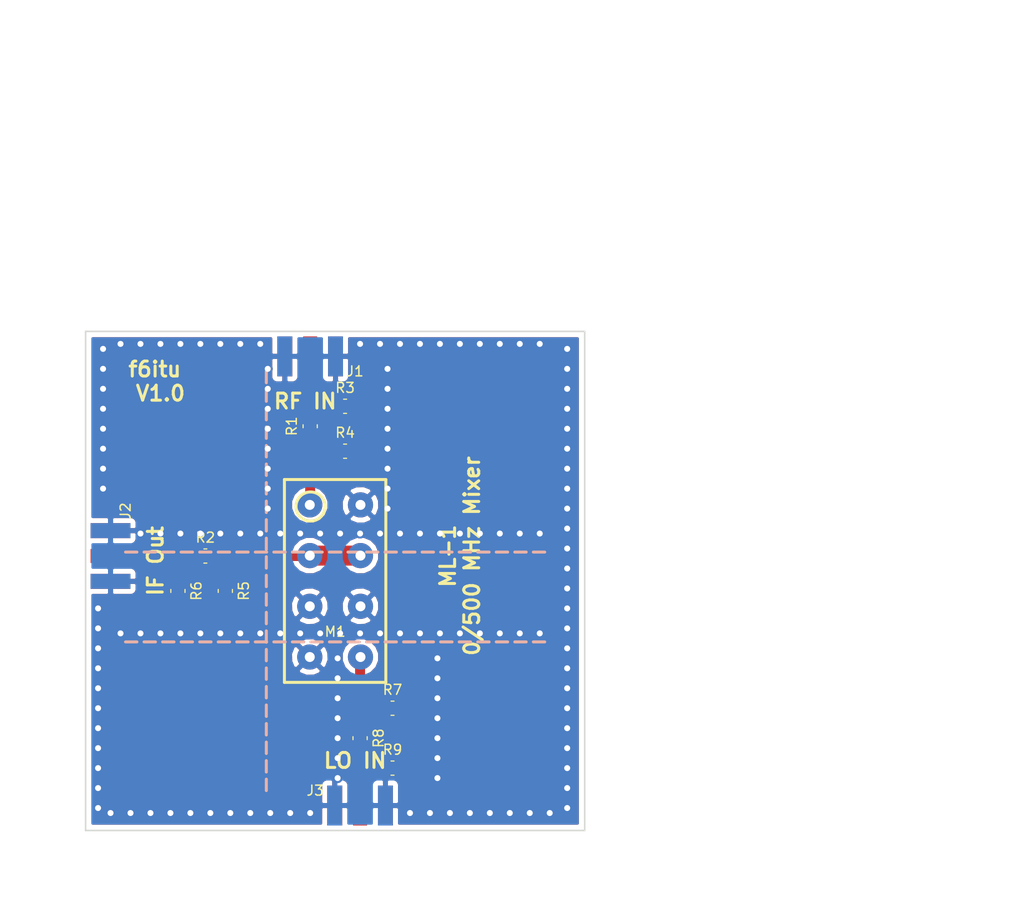
<source format=kicad_pcb>
(kicad_pcb (version 4) (host pcbnew 4.0.7)

  (general
    (links 187)
    (no_connects 0)
    (area 104.924999 89.924999 155.075001 140.075001)
    (thickness 1.6)
    (drawings 14)
    (tracks 25)
    (zones 0)
    (modules 166)
    (nets 8)
  )

  (page A4)
  (layers
    (0 F.Cu signal)
    (31 B.Cu signal)
    (32 B.Adhes user)
    (33 F.Adhes user)
    (34 B.Paste user)
    (35 F.Paste user)
    (36 B.SilkS user)
    (37 F.SilkS user)
    (38 B.Mask user)
    (39 F.Mask user)
    (40 Dwgs.User user)
    (41 Cmts.User user)
    (42 Eco1.User user)
    (43 Eco2.User user)
    (44 Edge.Cuts user)
    (45 Margin user)
    (46 B.CrtYd user)
    (47 F.CrtYd user)
    (48 B.Fab user)
    (49 F.Fab user)
  )

  (setup
    (last_trace_width 1)
    (user_trace_width 1)
    (user_trace_width 2)
    (user_trace_width 2.9)
    (trace_clearance 0.2)
    (zone_clearance 0.508)
    (zone_45_only no)
    (trace_min 0.2)
    (segment_width 0.2)
    (edge_width 0.15)
    (via_size 0.6)
    (via_drill 0.4)
    (via_min_size 0.4)
    (via_min_drill 0.3)
    (uvia_size 0.3)
    (uvia_drill 0.1)
    (uvias_allowed no)
    (uvia_min_size 0.2)
    (uvia_min_drill 0.1)
    (pcb_text_width 0.3)
    (pcb_text_size 1.5 1.5)
    (mod_edge_width 0.15)
    (mod_text_size 1 1)
    (mod_text_width 0.15)
    (pad_size 1 1)
    (pad_drill 0.6)
    (pad_to_mask_clearance 0.2)
    (aux_axis_origin 0 0)
    (visible_elements 7FFFFFFF)
    (pcbplotparams
      (layerselection 0x00030_80000001)
      (usegerberextensions false)
      (excludeedgelayer true)
      (linewidth 0.500000)
      (plotframeref false)
      (viasonmask false)
      (mode 1)
      (useauxorigin false)
      (hpglpennumber 1)
      (hpglpenspeed 20)
      (hpglpendiameter 15)
      (hpglpenoverlay 2)
      (psnegative false)
      (psa4output false)
      (plotreference true)
      (plotvalue true)
      (plotinvisibletext false)
      (padsonsilk false)
      (subtractmaskfromsilk false)
      (outputformat 1)
      (mirror false)
      (drillshape 1)
      (scaleselection 1)
      (outputdirectory ""))
  )

  (net 0 "")
  (net 1 GND)
  (net 2 "Net-(J1-Pad1)")
  (net 3 "Net-(J2-Pad1)")
  (net 4 "Net-(J3-Pad1)")
  (net 5 "Net-(M1-Pad1)")
  (net 6 "Net-(M1-Pad3)")
  (net 7 "Net-(M1-Pad8)")

  (net_class Default "Ceci est la Netclass par défaut"
    (clearance 0.2)
    (trace_width 0.25)
    (via_dia 0.6)
    (via_drill 0.4)
    (uvia_dia 0.3)
    (uvia_drill 0.1)
    (add_net GND)
    (add_net "Net-(J1-Pad1)")
    (add_net "Net-(J2-Pad1)")
    (add_net "Net-(J3-Pad1)")
    (add_net "Net-(M1-Pad1)")
    (add_net "Net-(M1-Pad3)")
    (add_net "Net-(M1-Pad8)")
  )

  (module via:via (layer F.Cu) (tedit 5BB090B6) (tstamp 5BB093D3)
    (at 130.25 134.75)
    (tags "via stitching")
    (fp_text reference REF** (at 0.5 -1) (layer F.SilkS) hide
      (effects (font (size 1 1) (thickness 0.15)))
    )
    (fp_text value via (at 0 1) (layer F.Fab) hide
      (effects (font (size 1 1) (thickness 0.15)))
    )
    (pad 1 thru_hole circle (at 0 0) (size 1 1) (drill 0.6) (layers *.Cu)
      (net 1 GND) (zone_connect 2))
  )

  (module via:via (layer F.Cu) (tedit 5BB090B6) (tstamp 5BB093CF)
    (at 130.25 132.75)
    (tags "via stitching")
    (fp_text reference REF** (at 0.5 -1) (layer F.SilkS) hide
      (effects (font (size 1 1) (thickness 0.15)))
    )
    (fp_text value via (at 0 1) (layer F.Fab) hide
      (effects (font (size 1 1) (thickness 0.15)))
    )
    (pad 1 thru_hole circle (at 0 0) (size 1 1) (drill 0.6) (layers *.Cu)
      (net 1 GND) (zone_connect 2))
  )

  (module via:via (layer F.Cu) (tedit 5BB090B6) (tstamp 5BB093CB)
    (at 130.25 130.75)
    (tags "via stitching")
    (fp_text reference REF** (at 0.5 -1) (layer F.SilkS) hide
      (effects (font (size 1 1) (thickness 0.15)))
    )
    (fp_text value via (at 0 1) (layer F.Fab) hide
      (effects (font (size 1 1) (thickness 0.15)))
    )
    (pad 1 thru_hole circle (at 0 0) (size 1 1) (drill 0.6) (layers *.Cu)
      (net 1 GND) (zone_connect 2))
  )

  (module via:via (layer F.Cu) (tedit 5BB090B6) (tstamp 5BB093C7)
    (at 130.25 128.75)
    (tags "via stitching")
    (fp_text reference REF** (at 0.5 -1) (layer F.SilkS) hide
      (effects (font (size 1 1) (thickness 0.15)))
    )
    (fp_text value via (at 0 1) (layer F.Fab) hide
      (effects (font (size 1 1) (thickness 0.15)))
    )
    (pad 1 thru_hole circle (at 0 0) (size 1 1) (drill 0.6) (layers *.Cu)
      (net 1 GND) (zone_connect 2))
  )

  (module via:via (layer F.Cu) (tedit 5BB090B6) (tstamp 5BB093C3)
    (at 130.25 126.75)
    (tags "via stitching")
    (fp_text reference REF** (at 0.5 -1) (layer F.SilkS) hide
      (effects (font (size 1 1) (thickness 0.15)))
    )
    (fp_text value via (at 0 1) (layer F.Fab) hide
      (effects (font (size 1 1) (thickness 0.15)))
    )
    (pad 1 thru_hole circle (at 0 0) (size 1 1) (drill 0.6) (layers *.Cu)
      (net 1 GND) (zone_connect 2))
  )

  (module via:via (layer F.Cu) (tedit 5BB090B6) (tstamp 5BB093BF)
    (at 130.25 124.75)
    (tags "via stitching")
    (fp_text reference REF** (at 0.5 -1) (layer F.SilkS) hide
      (effects (font (size 1 1) (thickness 0.15)))
    )
    (fp_text value via (at 0 1) (layer F.Fab) hide
      (effects (font (size 1 1) (thickness 0.15)))
    )
    (pad 1 thru_hole circle (at 0 0) (size 1 1) (drill 0.6) (layers *.Cu)
      (net 1 GND) (zone_connect 2))
  )

  (module via:via (layer F.Cu) (tedit 5BB090B6) (tstamp 5BB093BB)
    (at 130.25 122.75)
    (tags "via stitching")
    (fp_text reference REF** (at 0.5 -1) (layer F.SilkS) hide
      (effects (font (size 1 1) (thickness 0.15)))
    )
    (fp_text value via (at 0 1) (layer F.Fab) hide
      (effects (font (size 1 1) (thickness 0.15)))
    )
    (pad 1 thru_hole circle (at 0 0) (size 1 1) (drill 0.6) (layers *.Cu)
      (net 1 GND) (zone_connect 2))
  )

  (module via:via (layer F.Cu) (tedit 5BB090B6) (tstamp 5BB093B6)
    (at 140.25 122.75)
    (tags "via stitching")
    (fp_text reference REF** (at 0.5 -1) (layer F.SilkS) hide
      (effects (font (size 1 1) (thickness 0.15)))
    )
    (fp_text value via (at 0 1) (layer F.Fab) hide
      (effects (font (size 1 1) (thickness 0.15)))
    )
    (pad 1 thru_hole circle (at 0 0) (size 1 1) (drill 0.6) (layers *.Cu)
      (net 1 GND) (zone_connect 2))
  )

  (module via:via (layer F.Cu) (tedit 5BB090B6) (tstamp 5BB093B2)
    (at 140.25 124.75)
    (tags "via stitching")
    (fp_text reference REF** (at 0.5 -1) (layer F.SilkS) hide
      (effects (font (size 1 1) (thickness 0.15)))
    )
    (fp_text value via (at 0 1) (layer F.Fab) hide
      (effects (font (size 1 1) (thickness 0.15)))
    )
    (pad 1 thru_hole circle (at 0 0) (size 1 1) (drill 0.6) (layers *.Cu)
      (net 1 GND) (zone_connect 2))
  )

  (module via:via (layer F.Cu) (tedit 5BB090B6) (tstamp 5BB093AE)
    (at 140.25 126.75)
    (tags "via stitching")
    (fp_text reference REF** (at 0.5 -1) (layer F.SilkS) hide
      (effects (font (size 1 1) (thickness 0.15)))
    )
    (fp_text value via (at 0 1) (layer F.Fab) hide
      (effects (font (size 1 1) (thickness 0.15)))
    )
    (pad 1 thru_hole circle (at 0 0) (size 1 1) (drill 0.6) (layers *.Cu)
      (net 1 GND) (zone_connect 2))
  )

  (module via:via (layer F.Cu) (tedit 5BB090B6) (tstamp 5BB093AA)
    (at 140.25 128.75)
    (tags "via stitching")
    (fp_text reference REF** (at 0.5 -1) (layer F.SilkS) hide
      (effects (font (size 1 1) (thickness 0.15)))
    )
    (fp_text value via (at 0 1) (layer F.Fab) hide
      (effects (font (size 1 1) (thickness 0.15)))
    )
    (pad 1 thru_hole circle (at 0 0) (size 1 1) (drill 0.6) (layers *.Cu)
      (net 1 GND) (zone_connect 2))
  )

  (module via:via (layer F.Cu) (tedit 5BB090B6) (tstamp 5BB093A6)
    (at 140.25 130.75)
    (tags "via stitching")
    (fp_text reference REF** (at 0.5 -1) (layer F.SilkS) hide
      (effects (font (size 1 1) (thickness 0.15)))
    )
    (fp_text value via (at 0 1) (layer F.Fab) hide
      (effects (font (size 1 1) (thickness 0.15)))
    )
    (pad 1 thru_hole circle (at 0 0) (size 1 1) (drill 0.6) (layers *.Cu)
      (net 1 GND) (zone_connect 2))
  )

  (module via:via (layer F.Cu) (tedit 5BB090B6) (tstamp 5BB093A2)
    (at 140.25 132.75)
    (tags "via stitching")
    (fp_text reference REF** (at 0.5 -1) (layer F.SilkS) hide
      (effects (font (size 1 1) (thickness 0.15)))
    )
    (fp_text value via (at 0 1) (layer F.Fab) hide
      (effects (font (size 1 1) (thickness 0.15)))
    )
    (pad 1 thru_hole circle (at 0 0) (size 1 1) (drill 0.6) (layers *.Cu)
      (net 1 GND) (zone_connect 2))
  )

  (module via:via (layer F.Cu) (tedit 5BB090B6) (tstamp 5BB0939E)
    (at 140.25 134.75)
    (tags "via stitching")
    (fp_text reference REF** (at 0.5 -1) (layer F.SilkS) hide
      (effects (font (size 1 1) (thickness 0.15)))
    )
    (fp_text value via (at 0 1) (layer F.Fab) hide
      (effects (font (size 1 1) (thickness 0.15)))
    )
    (pad 1 thru_hole circle (at 0 0) (size 1 1) (drill 0.6) (layers *.Cu)
      (net 1 GND) (zone_connect 2))
  )

  (module via:via (layer F.Cu) (tedit 5BB090B6) (tstamp 5BB40693)
    (at 135.25 93.75)
    (tags "via stitching")
    (fp_text reference REF** (at 0.5 -1) (layer F.SilkS) hide
      (effects (font (size 1 1) (thickness 0.15)))
    )
    (fp_text value via (at 0 1) (layer F.Fab) hide
      (effects (font (size 1 1) (thickness 0.15)))
    )
    (pad 1 thru_hole circle (at 0 0) (size 1 1) (drill 0.6) (layers *.Cu)
      (net 1 GND) (zone_connect 2))
  )

  (module via:via (layer F.Cu) (tedit 5BB090B6) (tstamp 5BB0939A)
    (at 135.25 95.75)
    (tags "via stitching")
    (fp_text reference REF** (at 0.5 -1) (layer F.SilkS) hide
      (effects (font (size 1 1) (thickness 0.15)))
    )
    (fp_text value via (at 0 1) (layer F.Fab) hide
      (effects (font (size 1 1) (thickness 0.15)))
    )
    (pad 1 thru_hole circle (at 0 0) (size 1 1) (drill 0.6) (layers *.Cu)
      (net 1 GND) (zone_connect 2))
  )

  (module via:via (layer F.Cu) (tedit 5BB090B6) (tstamp 5BB09396)
    (at 135.25 97.75)
    (tags "via stitching")
    (fp_text reference REF** (at 0.5 -1) (layer F.SilkS) hide
      (effects (font (size 1 1) (thickness 0.15)))
    )
    (fp_text value via (at 0 1) (layer F.Fab) hide
      (effects (font (size 1 1) (thickness 0.15)))
    )
    (pad 1 thru_hole circle (at 0 0) (size 1 1) (drill 0.6) (layers *.Cu)
      (net 1 GND) (zone_connect 2))
  )

  (module via:via (layer F.Cu) (tedit 5BB090B6) (tstamp 5BB09392)
    (at 135.25 99.75)
    (tags "via stitching")
    (fp_text reference REF** (at 0.5 -1) (layer F.SilkS) hide
      (effects (font (size 1 1) (thickness 0.15)))
    )
    (fp_text value via (at 0 1) (layer F.Fab) hide
      (effects (font (size 1 1) (thickness 0.15)))
    )
    (pad 1 thru_hole circle (at 0 0) (size 1 1) (drill 0.6) (layers *.Cu)
      (net 1 GND) (zone_connect 2))
  )

  (module via:via (layer F.Cu) (tedit 5BB090B6) (tstamp 5BB0938E)
    (at 135.25 101.75)
    (tags "via stitching")
    (fp_text reference REF** (at 0.5 -1) (layer F.SilkS) hide
      (effects (font (size 1 1) (thickness 0.15)))
    )
    (fp_text value via (at 0 1) (layer F.Fab) hide
      (effects (font (size 1 1) (thickness 0.15)))
    )
    (pad 1 thru_hole circle (at 0 0) (size 1 1) (drill 0.6) (layers *.Cu)
      (net 1 GND) (zone_connect 2))
  )

  (module via:via (layer F.Cu) (tedit 5BB090B6) (tstamp 5BB0938A)
    (at 135.25 103.75)
    (tags "via stitching")
    (fp_text reference REF** (at 0.5 -1) (layer F.SilkS) hide
      (effects (font (size 1 1) (thickness 0.15)))
    )
    (fp_text value via (at 0 1) (layer F.Fab) hide
      (effects (font (size 1 1) (thickness 0.15)))
    )
    (pad 1 thru_hole circle (at 0 0) (size 1 1) (drill 0.6) (layers *.Cu)
      (net 1 GND) (zone_connect 2))
  )

  (module via:via (layer F.Cu) (tedit 5BB090B6) (tstamp 5BB09386)
    (at 135.25 105.75)
    (tags "via stitching")
    (fp_text reference REF** (at 0.5 -1) (layer F.SilkS) hide
      (effects (font (size 1 1) (thickness 0.15)))
    )
    (fp_text value via (at 0 1) (layer F.Fab) hide
      (effects (font (size 1 1) (thickness 0.15)))
    )
    (pad 1 thru_hole circle (at 0 0) (size 1 1) (drill 0.6) (layers *.Cu)
      (net 1 GND) (zone_connect 2))
  )

  (module via:via (layer F.Cu) (tedit 5BB090B6) (tstamp 5BB09382)
    (at 135.25 107.75)
    (tags "via stitching")
    (fp_text reference REF** (at 0.5 -1) (layer F.SilkS) hide
      (effects (font (size 1 1) (thickness 0.15)))
    )
    (fp_text value via (at 0 1) (layer F.Fab) hide
      (effects (font (size 1 1) (thickness 0.15)))
    )
    (pad 1 thru_hole circle (at 0 0) (size 1 1) (drill 0.6) (layers *.Cu)
      (net 1 GND) (zone_connect 2))
  )

  (module via:via (layer F.Cu) (tedit 5BB090B6) (tstamp 5BB4068F)
    (at 123.25 93.75)
    (tags "via stitching")
    (fp_text reference REF** (at 0.5 -1) (layer F.SilkS) hide
      (effects (font (size 1 1) (thickness 0.15)))
    )
    (fp_text value via (at 0 1) (layer F.Fab) hide
      (effects (font (size 1 1) (thickness 0.15)))
    )
    (pad 1 thru_hole circle (at 0 0) (size 1 1) (drill 0.6) (layers *.Cu)
      (net 1 GND) (zone_connect 2))
  )

  (module via:via (layer F.Cu) (tedit 5BB090B6) (tstamp 5BB0937E)
    (at 123.25 95.75)
    (tags "via stitching")
    (fp_text reference REF** (at 0.5 -1) (layer F.SilkS) hide
      (effects (font (size 1 1) (thickness 0.15)))
    )
    (fp_text value via (at 0 1) (layer F.Fab) hide
      (effects (font (size 1 1) (thickness 0.15)))
    )
    (pad 1 thru_hole circle (at 0 0) (size 1 1) (drill 0.6) (layers *.Cu)
      (net 1 GND) (zone_connect 2))
  )

  (module via:via (layer F.Cu) (tedit 5BB090B6) (tstamp 5BB0937A)
    (at 123.25 97.75)
    (tags "via stitching")
    (fp_text reference REF** (at 0.5 -1) (layer F.SilkS) hide
      (effects (font (size 1 1) (thickness 0.15)))
    )
    (fp_text value via (at 0 1) (layer F.Fab) hide
      (effects (font (size 1 1) (thickness 0.15)))
    )
    (pad 1 thru_hole circle (at 0 0) (size 1 1) (drill 0.6) (layers *.Cu)
      (net 1 GND) (zone_connect 2))
  )

  (module via:via (layer F.Cu) (tedit 5BB090B6) (tstamp 5BB09376)
    (at 123.25 99.75)
    (tags "via stitching")
    (fp_text reference REF** (at 0.5 -1) (layer F.SilkS) hide
      (effects (font (size 1 1) (thickness 0.15)))
    )
    (fp_text value via (at 0 1) (layer F.Fab) hide
      (effects (font (size 1 1) (thickness 0.15)))
    )
    (pad 1 thru_hole circle (at 0 0) (size 1 1) (drill 0.6) (layers *.Cu)
      (net 1 GND) (zone_connect 2))
  )

  (module via:via (layer F.Cu) (tedit 5BB090B6) (tstamp 5BB09372)
    (at 123.25 101.75)
    (tags "via stitching")
    (fp_text reference REF** (at 0.5 -1) (layer F.SilkS) hide
      (effects (font (size 1 1) (thickness 0.15)))
    )
    (fp_text value via (at 0 1) (layer F.Fab) hide
      (effects (font (size 1 1) (thickness 0.15)))
    )
    (pad 1 thru_hole circle (at 0 0) (size 1 1) (drill 0.6) (layers *.Cu)
      (net 1 GND) (zone_connect 2))
  )

  (module via:via (layer F.Cu) (tedit 5BB090B6) (tstamp 5BB0936E)
    (at 123.25 103.75)
    (tags "via stitching")
    (fp_text reference REF** (at 0.5 -1) (layer F.SilkS) hide
      (effects (font (size 1 1) (thickness 0.15)))
    )
    (fp_text value via (at 0 1) (layer F.Fab) hide
      (effects (font (size 1 1) (thickness 0.15)))
    )
    (pad 1 thru_hole circle (at 0 0) (size 1 1) (drill 0.6) (layers *.Cu)
      (net 1 GND) (zone_connect 2))
  )

  (module via:via (layer F.Cu) (tedit 5BB090B6) (tstamp 5BB0936A)
    (at 123.25 105.75)
    (tags "via stitching")
    (fp_text reference REF** (at 0.5 -1) (layer F.SilkS) hide
      (effects (font (size 1 1) (thickness 0.15)))
    )
    (fp_text value via (at 0 1) (layer F.Fab) hide
      (effects (font (size 1 1) (thickness 0.15)))
    )
    (pad 1 thru_hole circle (at 0 0) (size 1 1) (drill 0.6) (layers *.Cu)
      (net 1 GND) (zone_connect 2))
  )

  (module via:via (layer F.Cu) (tedit 5BB090B6) (tstamp 5BB09366)
    (at 123.25 107.75)
    (tags "via stitching")
    (fp_text reference REF** (at 0.5 -1) (layer F.SilkS) hide
      (effects (font (size 1 1) (thickness 0.15)))
    )
    (fp_text value via (at 0 1) (layer F.Fab) hide
      (effects (font (size 1 1) (thickness 0.15)))
    )
    (pad 1 thru_hole circle (at 0 0) (size 1 1) (drill 0.6) (layers *.Cu)
      (net 1 GND) (zone_connect 2))
  )

  (module via:via (layer F.Cu) (tedit 5BB090B6) (tstamp 5BB09362)
    (at 118.5 110.25)
    (tags "via stitching")
    (fp_text reference REF** (at 0.5 -1) (layer F.SilkS) hide
      (effects (font (size 1 1) (thickness 0.15)))
    )
    (fp_text value via (at 0 1) (layer F.Fab) hide
      (effects (font (size 1 1) (thickness 0.15)))
    )
    (pad 1 thru_hole circle (at 0 0) (size 1 1) (drill 0.6) (layers *.Cu)
      (net 1 GND) (zone_connect 2))
  )

  (module via:via (layer F.Cu) (tedit 5BB090B6) (tstamp 5BB0935E)
    (at 110.5 110.25)
    (tags "via stitching")
    (fp_text reference REF** (at 0.5 -1) (layer F.SilkS) hide
      (effects (font (size 1 1) (thickness 0.15)))
    )
    (fp_text value via (at 0 1) (layer F.Fab) hide
      (effects (font (size 1 1) (thickness 0.15)))
    )
    (pad 1 thru_hole circle (at 0 0) (size 1 1) (drill 0.6) (layers *.Cu)
      (net 1 GND) (zone_connect 2))
  )

  (module via:via (layer F.Cu) (tedit 5BB090B6) (tstamp 5BB0935A)
    (at 112.5 110.25)
    (tags "via stitching")
    (fp_text reference REF** (at 0.5 -1) (layer F.SilkS) hide
      (effects (font (size 1 1) (thickness 0.15)))
    )
    (fp_text value via (at 0 1) (layer F.Fab) hide
      (effects (font (size 1 1) (thickness 0.15)))
    )
    (pad 1 thru_hole circle (at 0 0) (size 1 1) (drill 0.6) (layers *.Cu)
      (net 1 GND) (zone_connect 2))
  )

  (module via:via (layer F.Cu) (tedit 5BB090B6) (tstamp 5BB09356)
    (at 114.5 110.25)
    (tags "via stitching")
    (fp_text reference REF** (at 0.5 -1) (layer F.SilkS) hide
      (effects (font (size 1 1) (thickness 0.15)))
    )
    (fp_text value via (at 0 1) (layer F.Fab) hide
      (effects (font (size 1 1) (thickness 0.15)))
    )
    (pad 1 thru_hole circle (at 0 0) (size 1 1) (drill 0.6) (layers *.Cu)
      (net 1 GND) (zone_connect 2))
  )

  (module via:via (layer F.Cu) (tedit 5BB090B6) (tstamp 5BB09352)
    (at 116.5 110.25)
    (tags "via stitching")
    (fp_text reference REF** (at 0.5 -1) (layer F.SilkS) hide
      (effects (font (size 1 1) (thickness 0.15)))
    )
    (fp_text value via (at 0 1) (layer F.Fab) hide
      (effects (font (size 1 1) (thickness 0.15)))
    )
    (pad 1 thru_hole circle (at 0 0) (size 1 1) (drill 0.6) (layers *.Cu)
      (net 1 GND) (zone_connect 2))
  )

  (module via:via (layer F.Cu) (tedit 5BB090B6) (tstamp 5BB0934E)
    (at 134.5 110.25)
    (tags "via stitching")
    (fp_text reference REF** (at 0.5 -1) (layer F.SilkS) hide
      (effects (font (size 1 1) (thickness 0.15)))
    )
    (fp_text value via (at 0 1) (layer F.Fab) hide
      (effects (font (size 1 1) (thickness 0.15)))
    )
    (pad 1 thru_hole circle (at 0 0) (size 1 1) (drill 0.6) (layers *.Cu)
      (net 1 GND) (zone_connect 2))
  )

  (module via:via (layer F.Cu) (tedit 5BB090B6) (tstamp 5BB0934A)
    (at 132.5 110.25)
    (tags "via stitching")
    (fp_text reference REF** (at 0.5 -1) (layer F.SilkS) hide
      (effects (font (size 1 1) (thickness 0.15)))
    )
    (fp_text value via (at 0 1) (layer F.Fab) hide
      (effects (font (size 1 1) (thickness 0.15)))
    )
    (pad 1 thru_hole circle (at 0 0) (size 1 1) (drill 0.6) (layers *.Cu)
      (net 1 GND) (zone_connect 2))
  )

  (module via:via (layer F.Cu) (tedit 5BB090B6) (tstamp 5BB09346)
    (at 130.5 110.25)
    (tags "via stitching")
    (fp_text reference REF** (at 0.5 -1) (layer F.SilkS) hide
      (effects (font (size 1 1) (thickness 0.15)))
    )
    (fp_text value via (at 0 1) (layer F.Fab) hide
      (effects (font (size 1 1) (thickness 0.15)))
    )
    (pad 1 thru_hole circle (at 0 0) (size 1 1) (drill 0.6) (layers *.Cu)
      (net 1 GND) (zone_connect 2))
  )

  (module via:via (layer F.Cu) (tedit 5BB090B6) (tstamp 5BB09342)
    (at 128.5 110.25)
    (tags "via stitching")
    (fp_text reference REF** (at 0.5 -1) (layer F.SilkS) hide
      (effects (font (size 1 1) (thickness 0.15)))
    )
    (fp_text value via (at 0 1) (layer F.Fab) hide
      (effects (font (size 1 1) (thickness 0.15)))
    )
    (pad 1 thru_hole circle (at 0 0) (size 1 1) (drill 0.6) (layers *.Cu)
      (net 1 GND) (zone_connect 2))
  )

  (module via:via (layer F.Cu) (tedit 5BB090B6) (tstamp 5BB0933E)
    (at 120.5 110.25)
    (tags "via stitching")
    (fp_text reference REF** (at 0.5 -1) (layer F.SilkS) hide
      (effects (font (size 1 1) (thickness 0.15)))
    )
    (fp_text value via (at 0 1) (layer F.Fab) hide
      (effects (font (size 1 1) (thickness 0.15)))
    )
    (pad 1 thru_hole circle (at 0 0) (size 1 1) (drill 0.6) (layers *.Cu)
      (net 1 GND) (zone_connect 2))
  )

  (module via:via (layer F.Cu) (tedit 5BB090B6) (tstamp 5BB0933A)
    (at 122.5 110.25)
    (tags "via stitching")
    (fp_text reference REF** (at 0.5 -1) (layer F.SilkS) hide
      (effects (font (size 1 1) (thickness 0.15)))
    )
    (fp_text value via (at 0 1) (layer F.Fab) hide
      (effects (font (size 1 1) (thickness 0.15)))
    )
    (pad 1 thru_hole circle (at 0 0) (size 1 1) (drill 0.6) (layers *.Cu)
      (net 1 GND) (zone_connect 2))
  )

  (module via:via (layer F.Cu) (tedit 5BB090B6) (tstamp 5BB09336)
    (at 124.5 110.25)
    (tags "via stitching")
    (fp_text reference REF** (at 0.5 -1) (layer F.SilkS) hide
      (effects (font (size 1 1) (thickness 0.15)))
    )
    (fp_text value via (at 0 1) (layer F.Fab) hide
      (effects (font (size 1 1) (thickness 0.15)))
    )
    (pad 1 thru_hole circle (at 0 0) (size 1 1) (drill 0.6) (layers *.Cu)
      (net 1 GND) (zone_connect 2))
  )

  (module via:via (layer F.Cu) (tedit 5BB090B6) (tstamp 5BB09332)
    (at 126.5 110.25)
    (tags "via stitching")
    (fp_text reference REF** (at 0.5 -1) (layer F.SilkS) hide
      (effects (font (size 1 1) (thickness 0.15)))
    )
    (fp_text value via (at 0 1) (layer F.Fab) hide
      (effects (font (size 1 1) (thickness 0.15)))
    )
    (pad 1 thru_hole circle (at 0 0) (size 1 1) (drill 0.6) (layers *.Cu)
      (net 1 GND) (zone_connect 2))
  )

  (module via:via (layer F.Cu) (tedit 5BB090B6) (tstamp 5BB0932E)
    (at 150.5 110.25)
    (tags "via stitching")
    (fp_text reference REF** (at 0.5 -1) (layer F.SilkS) hide
      (effects (font (size 1 1) (thickness 0.15)))
    )
    (fp_text value via (at 0 1) (layer F.Fab) hide
      (effects (font (size 1 1) (thickness 0.15)))
    )
    (pad 1 thru_hole circle (at 0 0) (size 1 1) (drill 0.6) (layers *.Cu)
      (net 1 GND) (zone_connect 2))
  )

  (module via:via (layer F.Cu) (tedit 5BB090B6) (tstamp 5BB0932A)
    (at 148.5 110.25)
    (tags "via stitching")
    (fp_text reference REF** (at 0.5 -1) (layer F.SilkS) hide
      (effects (font (size 1 1) (thickness 0.15)))
    )
    (fp_text value via (at 0 1) (layer F.Fab) hide
      (effects (font (size 1 1) (thickness 0.15)))
    )
    (pad 1 thru_hole circle (at 0 0) (size 1 1) (drill 0.6) (layers *.Cu)
      (net 1 GND) (zone_connect 2))
  )

  (module via:via (layer F.Cu) (tedit 5BB090B6) (tstamp 5BB09326)
    (at 146.5 110.25)
    (tags "via stitching")
    (fp_text reference REF** (at 0.5 -1) (layer F.SilkS) hide
      (effects (font (size 1 1) (thickness 0.15)))
    )
    (fp_text value via (at 0 1) (layer F.Fab) hide
      (effects (font (size 1 1) (thickness 0.15)))
    )
    (pad 1 thru_hole circle (at 0 0) (size 1 1) (drill 0.6) (layers *.Cu)
      (net 1 GND) (zone_connect 2))
  )

  (module via:via (layer F.Cu) (tedit 5BB090B6) (tstamp 5BB09322)
    (at 144.5 110.25)
    (tags "via stitching")
    (fp_text reference REF** (at 0.5 -1) (layer F.SilkS) hide
      (effects (font (size 1 1) (thickness 0.15)))
    )
    (fp_text value via (at 0 1) (layer F.Fab) hide
      (effects (font (size 1 1) (thickness 0.15)))
    )
    (pad 1 thru_hole circle (at 0 0) (size 1 1) (drill 0.6) (layers *.Cu)
      (net 1 GND) (zone_connect 2))
  )

  (module via:via (layer F.Cu) (tedit 5BB090B6) (tstamp 5BB0931E)
    (at 136.5 110.25)
    (tags "via stitching")
    (fp_text reference REF** (at 0.5 -1) (layer F.SilkS) hide
      (effects (font (size 1 1) (thickness 0.15)))
    )
    (fp_text value via (at 0 1) (layer F.Fab) hide
      (effects (font (size 1 1) (thickness 0.15)))
    )
    (pad 1 thru_hole circle (at 0 0) (size 1 1) (drill 0.6) (layers *.Cu)
      (net 1 GND) (zone_connect 2))
  )

  (module via:via (layer F.Cu) (tedit 5BB090B6) (tstamp 5BB0931A)
    (at 138.5 110.25)
    (tags "via stitching")
    (fp_text reference REF** (at 0.5 -1) (layer F.SilkS) hide
      (effects (font (size 1 1) (thickness 0.15)))
    )
    (fp_text value via (at 0 1) (layer F.Fab) hide
      (effects (font (size 1 1) (thickness 0.15)))
    )
    (pad 1 thru_hole circle (at 0 0) (size 1 1) (drill 0.6) (layers *.Cu)
      (net 1 GND) (zone_connect 2))
  )

  (module via:via (layer F.Cu) (tedit 5BB090B6) (tstamp 5BB09316)
    (at 140.5 110.25)
    (tags "via stitching")
    (fp_text reference REF** (at 0.5 -1) (layer F.SilkS) hide
      (effects (font (size 1 1) (thickness 0.15)))
    )
    (fp_text value via (at 0 1) (layer F.Fab) hide
      (effects (font (size 1 1) (thickness 0.15)))
    )
    (pad 1 thru_hole circle (at 0 0) (size 1 1) (drill 0.6) (layers *.Cu)
      (net 1 GND) (zone_connect 2))
  )

  (module via:via (layer F.Cu) (tedit 5BB090B6) (tstamp 5BB09312)
    (at 142.5 110.25)
    (tags "via stitching")
    (fp_text reference REF** (at 0.5 -1) (layer F.SilkS) hide
      (effects (font (size 1 1) (thickness 0.15)))
    )
    (fp_text value via (at 0 1) (layer F.Fab) hide
      (effects (font (size 1 1) (thickness 0.15)))
    )
    (pad 1 thru_hole circle (at 0 0) (size 1 1) (drill 0.6) (layers *.Cu)
      (net 1 GND) (zone_connect 2))
  )

  (module via:via (layer F.Cu) (tedit 5BB090B6) (tstamp 5BB09308)
    (at 118.5 120.25)
    (tags "via stitching")
    (fp_text reference REF** (at 0.5 -1) (layer F.SilkS) hide
      (effects (font (size 1 1) (thickness 0.15)))
    )
    (fp_text value via (at 0 1) (layer F.Fab) hide
      (effects (font (size 1 1) (thickness 0.15)))
    )
    (pad 1 thru_hole circle (at 0 0) (size 1 1) (drill 0.6) (layers *.Cu)
      (net 1 GND) (zone_connect 2))
  )

  (module via:via (layer F.Cu) (tedit 5BB090B6) (tstamp 5BB09304)
    (at 116.5 120.25)
    (tags "via stitching")
    (fp_text reference REF** (at 0.5 -1) (layer F.SilkS) hide
      (effects (font (size 1 1) (thickness 0.15)))
    )
    (fp_text value via (at 0 1) (layer F.Fab) hide
      (effects (font (size 1 1) (thickness 0.15)))
    )
    (pad 1 thru_hole circle (at 0 0) (size 1 1) (drill 0.6) (layers *.Cu)
      (net 1 GND) (zone_connect 2))
  )

  (module via:via (layer F.Cu) (tedit 5BB090B6) (tstamp 5BB09300)
    (at 108.5 120.25)
    (tags "via stitching")
    (fp_text reference REF** (at 0.5 -1) (layer F.SilkS) hide
      (effects (font (size 1 1) (thickness 0.15)))
    )
    (fp_text value via (at 0 1) (layer F.Fab) hide
      (effects (font (size 1 1) (thickness 0.15)))
    )
    (pad 1 thru_hole circle (at 0 0) (size 1 1) (drill 0.6) (layers *.Cu)
      (net 1 GND) (zone_connect 2))
  )

  (module via:via (layer F.Cu) (tedit 5BB090B6) (tstamp 5BB092FC)
    (at 110.5 120.25)
    (tags "via stitching")
    (fp_text reference REF** (at 0.5 -1) (layer F.SilkS) hide
      (effects (font (size 1 1) (thickness 0.15)))
    )
    (fp_text value via (at 0 1) (layer F.Fab) hide
      (effects (font (size 1 1) (thickness 0.15)))
    )
    (pad 1 thru_hole circle (at 0 0) (size 1 1) (drill 0.6) (layers *.Cu)
      (net 1 GND) (zone_connect 2))
  )

  (module via:via (layer F.Cu) (tedit 5BB090B6) (tstamp 5BB092F8)
    (at 112.5 120.25)
    (tags "via stitching")
    (fp_text reference REF** (at 0.5 -1) (layer F.SilkS) hide
      (effects (font (size 1 1) (thickness 0.15)))
    )
    (fp_text value via (at 0 1) (layer F.Fab) hide
      (effects (font (size 1 1) (thickness 0.15)))
    )
    (pad 1 thru_hole circle (at 0 0) (size 1 1) (drill 0.6) (layers *.Cu)
      (net 1 GND) (zone_connect 2))
  )

  (module via:via (layer F.Cu) (tedit 5BB090B6) (tstamp 5BB092F4)
    (at 114.5 120.25)
    (tags "via stitching")
    (fp_text reference REF** (at 0.5 -1) (layer F.SilkS) hide
      (effects (font (size 1 1) (thickness 0.15)))
    )
    (fp_text value via (at 0 1) (layer F.Fab) hide
      (effects (font (size 1 1) (thickness 0.15)))
    )
    (pad 1 thru_hole circle (at 0 0) (size 1 1) (drill 0.6) (layers *.Cu)
      (net 1 GND) (zone_connect 2))
  )

  (module via:via (layer F.Cu) (tedit 5BB090B6) (tstamp 5BB092F0)
    (at 134.5 120.25)
    (tags "via stitching")
    (fp_text reference REF** (at 0.5 -1) (layer F.SilkS) hide
      (effects (font (size 1 1) (thickness 0.15)))
    )
    (fp_text value via (at 0 1) (layer F.Fab) hide
      (effects (font (size 1 1) (thickness 0.15)))
    )
    (pad 1 thru_hole circle (at 0 0) (size 1 1) (drill 0.6) (layers *.Cu)
      (net 1 GND) (zone_connect 2))
  )

  (module via:via (layer F.Cu) (tedit 5BB090B6) (tstamp 5BB092EC)
    (at 132.5 120.25)
    (tags "via stitching")
    (fp_text reference REF** (at 0.5 -1) (layer F.SilkS) hide
      (effects (font (size 1 1) (thickness 0.15)))
    )
    (fp_text value via (at 0 1) (layer F.Fab) hide
      (effects (font (size 1 1) (thickness 0.15)))
    )
    (pad 1 thru_hole circle (at 0 0) (size 1 1) (drill 0.6) (layers *.Cu)
      (net 1 GND) (zone_connect 2))
  )

  (module via:via (layer F.Cu) (tedit 5BB090B6) (tstamp 5BB092E8)
    (at 130.5 120.25)
    (tags "via stitching")
    (fp_text reference REF** (at 0.5 -1) (layer F.SilkS) hide
      (effects (font (size 1 1) (thickness 0.15)))
    )
    (fp_text value via (at 0 1) (layer F.Fab) hide
      (effects (font (size 1 1) (thickness 0.15)))
    )
    (pad 1 thru_hole circle (at 0 0) (size 1 1) (drill 0.6) (layers *.Cu)
      (net 1 GND) (zone_connect 2))
  )

  (module via:via (layer F.Cu) (tedit 5BB090B6) (tstamp 5BB092E4)
    (at 128.5 120.25)
    (tags "via stitching")
    (fp_text reference REF** (at 0.5 -1) (layer F.SilkS) hide
      (effects (font (size 1 1) (thickness 0.15)))
    )
    (fp_text value via (at 0 1) (layer F.Fab) hide
      (effects (font (size 1 1) (thickness 0.15)))
    )
    (pad 1 thru_hole circle (at 0 0) (size 1 1) (drill 0.6) (layers *.Cu)
      (net 1 GND) (zone_connect 2))
  )

  (module via:via (layer F.Cu) (tedit 5BB090B6) (tstamp 5BB092E0)
    (at 120.5 120.25)
    (tags "via stitching")
    (fp_text reference REF** (at 0.5 -1) (layer F.SilkS) hide
      (effects (font (size 1 1) (thickness 0.15)))
    )
    (fp_text value via (at 0 1) (layer F.Fab) hide
      (effects (font (size 1 1) (thickness 0.15)))
    )
    (pad 1 thru_hole circle (at 0 0) (size 1 1) (drill 0.6) (layers *.Cu)
      (net 1 GND) (zone_connect 2))
  )

  (module via:via (layer F.Cu) (tedit 5BB090B6) (tstamp 5BB092DC)
    (at 122.5 120.25)
    (tags "via stitching")
    (fp_text reference REF** (at 0.5 -1) (layer F.SilkS) hide
      (effects (font (size 1 1) (thickness 0.15)))
    )
    (fp_text value via (at 0 1) (layer F.Fab) hide
      (effects (font (size 1 1) (thickness 0.15)))
    )
    (pad 1 thru_hole circle (at 0 0) (size 1 1) (drill 0.6) (layers *.Cu)
      (net 1 GND) (zone_connect 2))
  )

  (module via:via (layer F.Cu) (tedit 5BB090B6) (tstamp 5BB092D8)
    (at 124.5 120.25)
    (tags "via stitching")
    (fp_text reference REF** (at 0.5 -1) (layer F.SilkS) hide
      (effects (font (size 1 1) (thickness 0.15)))
    )
    (fp_text value via (at 0 1) (layer F.Fab) hide
      (effects (font (size 1 1) (thickness 0.15)))
    )
    (pad 1 thru_hole circle (at 0 0) (size 1 1) (drill 0.6) (layers *.Cu)
      (net 1 GND) (zone_connect 2))
  )

  (module via:via (layer F.Cu) (tedit 5BB090B6) (tstamp 5BB092D4)
    (at 126.5 120.25)
    (tags "via stitching")
    (fp_text reference REF** (at 0.5 -1) (layer F.SilkS) hide
      (effects (font (size 1 1) (thickness 0.15)))
    )
    (fp_text value via (at 0 1) (layer F.Fab) hide
      (effects (font (size 1 1) (thickness 0.15)))
    )
    (pad 1 thru_hole circle (at 0 0) (size 1 1) (drill 0.6) (layers *.Cu)
      (net 1 GND) (zone_connect 2))
  )

  (module via:via (layer F.Cu) (tedit 5BB090B6) (tstamp 5BB092D0)
    (at 150.5 120.25)
    (tags "via stitching")
    (fp_text reference REF** (at 0.5 -1) (layer F.SilkS) hide
      (effects (font (size 1 1) (thickness 0.15)))
    )
    (fp_text value via (at 0 1) (layer F.Fab) hide
      (effects (font (size 1 1) (thickness 0.15)))
    )
    (pad 1 thru_hole circle (at 0 0) (size 1 1) (drill 0.6) (layers *.Cu)
      (net 1 GND) (zone_connect 2))
  )

  (module via:via (layer F.Cu) (tedit 5BB090B6) (tstamp 5BB092CC)
    (at 148.5 120.25)
    (tags "via stitching")
    (fp_text reference REF** (at 0.5 -1) (layer F.SilkS) hide
      (effects (font (size 1 1) (thickness 0.15)))
    )
    (fp_text value via (at 0 1) (layer F.Fab) hide
      (effects (font (size 1 1) (thickness 0.15)))
    )
    (pad 1 thru_hole circle (at 0 0) (size 1 1) (drill 0.6) (layers *.Cu)
      (net 1 GND) (zone_connect 2))
  )

  (module via:via (layer F.Cu) (tedit 5BB090B6) (tstamp 5BB092C8)
    (at 146.5 120.25)
    (tags "via stitching")
    (fp_text reference REF** (at 0.5 -1) (layer F.SilkS) hide
      (effects (font (size 1 1) (thickness 0.15)))
    )
    (fp_text value via (at 0 1) (layer F.Fab) hide
      (effects (font (size 1 1) (thickness 0.15)))
    )
    (pad 1 thru_hole circle (at 0 0) (size 1 1) (drill 0.6) (layers *.Cu)
      (net 1 GND) (zone_connect 2))
  )

  (module via:via (layer F.Cu) (tedit 5BB090B6) (tstamp 5BB092C4)
    (at 144.5 120.25)
    (tags "via stitching")
    (fp_text reference REF** (at 0.5 -1) (layer F.SilkS) hide
      (effects (font (size 1 1) (thickness 0.15)))
    )
    (fp_text value via (at 0 1) (layer F.Fab) hide
      (effects (font (size 1 1) (thickness 0.15)))
    )
    (pad 1 thru_hole circle (at 0 0) (size 1 1) (drill 0.6) (layers *.Cu)
      (net 1 GND) (zone_connect 2))
  )

  (module via:via (layer F.Cu) (tedit 5BB090B6) (tstamp 5BB092C0)
    (at 136.5 120.25)
    (tags "via stitching")
    (fp_text reference REF** (at 0.5 -1) (layer F.SilkS) hide
      (effects (font (size 1 1) (thickness 0.15)))
    )
    (fp_text value via (at 0 1) (layer F.Fab) hide
      (effects (font (size 1 1) (thickness 0.15)))
    )
    (pad 1 thru_hole circle (at 0 0) (size 1 1) (drill 0.6) (layers *.Cu)
      (net 1 GND) (zone_connect 2))
  )

  (module via:via (layer F.Cu) (tedit 5BB090B6) (tstamp 5BB092BC)
    (at 138.5 120.25)
    (tags "via stitching")
    (fp_text reference REF** (at 0.5 -1) (layer F.SilkS) hide
      (effects (font (size 1 1) (thickness 0.15)))
    )
    (fp_text value via (at 0 1) (layer F.Fab) hide
      (effects (font (size 1 1) (thickness 0.15)))
    )
    (pad 1 thru_hole circle (at 0 0) (size 1 1) (drill 0.6) (layers *.Cu)
      (net 1 GND) (zone_connect 2))
  )

  (module via:via (layer F.Cu) (tedit 5BB090B6) (tstamp 5BB092B8)
    (at 140.5 120.25)
    (tags "via stitching")
    (fp_text reference REF** (at 0.5 -1) (layer F.SilkS) hide
      (effects (font (size 1 1) (thickness 0.15)))
    )
    (fp_text value via (at 0 1) (layer F.Fab) hide
      (effects (font (size 1 1) (thickness 0.15)))
    )
    (pad 1 thru_hole circle (at 0 0) (size 1 1) (drill 0.6) (layers *.Cu)
      (net 1 GND) (zone_connect 2))
  )

  (module via:via (layer F.Cu) (tedit 5BB090B6) (tstamp 5BB092B4)
    (at 142.5 120.25)
    (tags "via stitching")
    (fp_text reference REF** (at 0.5 -1) (layer F.SilkS) hide
      (effects (font (size 1 1) (thickness 0.15)))
    )
    (fp_text value via (at 0 1) (layer F.Fab) hide
      (effects (font (size 1 1) (thickness 0.15)))
    )
    (pad 1 thru_hole circle (at 0 0) (size 1 1) (drill 0.6) (layers *.Cu)
      (net 1 GND) (zone_connect 2))
  )

  (module via:via (layer F.Cu) (tedit 5BB090B6) (tstamp 5BB092B0)
    (at 107.5 138.25)
    (tags "via stitching")
    (fp_text reference REF** (at 0.5 -1) (layer F.SilkS) hide
      (effects (font (size 1 1) (thickness 0.15)))
    )
    (fp_text value via (at 0 1) (layer F.Fab) hide
      (effects (font (size 1 1) (thickness 0.15)))
    )
    (pad 1 thru_hole circle (at 0 0) (size 1 1) (drill 0.6) (layers *.Cu)
      (net 1 GND) (zone_connect 2))
  )

  (module via:via (layer F.Cu) (tedit 5BB090B6) (tstamp 5BB092AC)
    (at 109.5 138.25)
    (tags "via stitching")
    (fp_text reference REF** (at 0.5 -1) (layer F.SilkS) hide
      (effects (font (size 1 1) (thickness 0.15)))
    )
    (fp_text value via (at 0 1) (layer F.Fab) hide
      (effects (font (size 1 1) (thickness 0.15)))
    )
    (pad 1 thru_hole circle (at 0 0) (size 1 1) (drill 0.6) (layers *.Cu)
      (net 1 GND) (zone_connect 2))
  )

  (module via:via (layer F.Cu) (tedit 5BB090B6) (tstamp 5BB092A8)
    (at 111.5 138.25)
    (tags "via stitching")
    (fp_text reference REF** (at 0.5 -1) (layer F.SilkS) hide
      (effects (font (size 1 1) (thickness 0.15)))
    )
    (fp_text value via (at 0 1) (layer F.Fab) hide
      (effects (font (size 1 1) (thickness 0.15)))
    )
    (pad 1 thru_hole circle (at 0 0) (size 1 1) (drill 0.6) (layers *.Cu)
      (net 1 GND) (zone_connect 2))
  )

  (module via:via (layer F.Cu) (tedit 5BB090B6) (tstamp 5BB092A4)
    (at 127.5 138.25)
    (tags "via stitching")
    (fp_text reference REF** (at 0.5 -1) (layer F.SilkS) hide
      (effects (font (size 1 1) (thickness 0.15)))
    )
    (fp_text value via (at 0 1) (layer F.Fab) hide
      (effects (font (size 1 1) (thickness 0.15)))
    )
    (pad 1 thru_hole circle (at 0 0) (size 1 1) (drill 0.6) (layers *.Cu)
      (net 1 GND) (zone_connect 2))
  )

  (module via:via (layer F.Cu) (tedit 5BB090B6) (tstamp 5BB092A0)
    (at 125.5 138.25)
    (tags "via stitching")
    (fp_text reference REF** (at 0.5 -1) (layer F.SilkS) hide
      (effects (font (size 1 1) (thickness 0.15)))
    )
    (fp_text value via (at 0 1) (layer F.Fab) hide
      (effects (font (size 1 1) (thickness 0.15)))
    )
    (pad 1 thru_hole circle (at 0 0) (size 1 1) (drill 0.6) (layers *.Cu)
      (net 1 GND) (zone_connect 2))
  )

  (module via:via (layer F.Cu) (tedit 5BB090B6) (tstamp 5BB0929C)
    (at 123.5 138.25)
    (tags "via stitching")
    (fp_text reference REF** (at 0.5 -1) (layer F.SilkS) hide
      (effects (font (size 1 1) (thickness 0.15)))
    )
    (fp_text value via (at 0 1) (layer F.Fab) hide
      (effects (font (size 1 1) (thickness 0.15)))
    )
    (pad 1 thru_hole circle (at 0 0) (size 1 1) (drill 0.6) (layers *.Cu)
      (net 1 GND) (zone_connect 2))
  )

  (module via:via (layer F.Cu) (tedit 5BB090B6) (tstamp 5BB09298)
    (at 121.5 138.25)
    (tags "via stitching")
    (fp_text reference REF** (at 0.5 -1) (layer F.SilkS) hide
      (effects (font (size 1 1) (thickness 0.15)))
    )
    (fp_text value via (at 0 1) (layer F.Fab) hide
      (effects (font (size 1 1) (thickness 0.15)))
    )
    (pad 1 thru_hole circle (at 0 0) (size 1 1) (drill 0.6) (layers *.Cu)
      (net 1 GND) (zone_connect 2))
  )

  (module via:via (layer F.Cu) (tedit 5BB090B6) (tstamp 5BB09294)
    (at 113.5 138.25)
    (tags "via stitching")
    (fp_text reference REF** (at 0.5 -1) (layer F.SilkS) hide
      (effects (font (size 1 1) (thickness 0.15)))
    )
    (fp_text value via (at 0 1) (layer F.Fab) hide
      (effects (font (size 1 1) (thickness 0.15)))
    )
    (pad 1 thru_hole circle (at 0 0) (size 1 1) (drill 0.6) (layers *.Cu)
      (net 1 GND) (zone_connect 2))
  )

  (module via:via (layer F.Cu) (tedit 5BB090B6) (tstamp 5BB09290)
    (at 115.5 138.25)
    (tags "via stitching")
    (fp_text reference REF** (at 0.5 -1) (layer F.SilkS) hide
      (effects (font (size 1 1) (thickness 0.15)))
    )
    (fp_text value via (at 0 1) (layer F.Fab) hide
      (effects (font (size 1 1) (thickness 0.15)))
    )
    (pad 1 thru_hole circle (at 0 0) (size 1 1) (drill 0.6) (layers *.Cu)
      (net 1 GND) (zone_connect 2))
  )

  (module via:via (layer F.Cu) (tedit 5BB090B6) (tstamp 5BB0928C)
    (at 117.5 138.25)
    (tags "via stitching")
    (fp_text reference REF** (at 0.5 -1) (layer F.SilkS) hide
      (effects (font (size 1 1) (thickness 0.15)))
    )
    (fp_text value via (at 0 1) (layer F.Fab) hide
      (effects (font (size 1 1) (thickness 0.15)))
    )
    (pad 1 thru_hole circle (at 0 0) (size 1 1) (drill 0.6) (layers *.Cu)
      (net 1 GND) (zone_connect 2))
  )

  (module via:via (layer F.Cu) (tedit 5BB090B6) (tstamp 5BB09288)
    (at 119.5 138.25)
    (tags "via stitching")
    (fp_text reference REF** (at 0.5 -1) (layer F.SilkS) hide
      (effects (font (size 1 1) (thickness 0.15)))
    )
    (fp_text value via (at 0 1) (layer F.Fab) hide
      (effects (font (size 1 1) (thickness 0.15)))
    )
    (pad 1 thru_hole circle (at 0 0) (size 1 1) (drill 0.6) (layers *.Cu)
      (net 1 GND) (zone_connect 2))
  )

  (module via:via (layer F.Cu) (tedit 5BB090B6) (tstamp 5BB09284)
    (at 151.5 138.25)
    (tags "via stitching")
    (fp_text reference REF** (at 0.5 -1) (layer F.SilkS) hide
      (effects (font (size 1 1) (thickness 0.15)))
    )
    (fp_text value via (at 0 1) (layer F.Fab) hide
      (effects (font (size 1 1) (thickness 0.15)))
    )
    (pad 1 thru_hole circle (at 0 0) (size 1 1) (drill 0.6) (layers *.Cu)
      (net 1 GND) (zone_connect 2))
  )

  (module via:via (layer F.Cu) (tedit 5BB090B6) (tstamp 5BB09280)
    (at 149.5 138.25)
    (tags "via stitching")
    (fp_text reference REF** (at 0.5 -1) (layer F.SilkS) hide
      (effects (font (size 1 1) (thickness 0.15)))
    )
    (fp_text value via (at 0 1) (layer F.Fab) hide
      (effects (font (size 1 1) (thickness 0.15)))
    )
    (pad 1 thru_hole circle (at 0 0) (size 1 1) (drill 0.6) (layers *.Cu)
      (net 1 GND) (zone_connect 2))
  )

  (module via:via (layer F.Cu) (tedit 5BB090B6) (tstamp 5BB0927C)
    (at 147.5 138.25)
    (tags "via stitching")
    (fp_text reference REF** (at 0.5 -1) (layer F.SilkS) hide
      (effects (font (size 1 1) (thickness 0.15)))
    )
    (fp_text value via (at 0 1) (layer F.Fab) hide
      (effects (font (size 1 1) (thickness 0.15)))
    )
    (pad 1 thru_hole circle (at 0 0) (size 1 1) (drill 0.6) (layers *.Cu)
      (net 1 GND) (zone_connect 2))
  )

  (module via:via (layer F.Cu) (tedit 5BB090B6) (tstamp 5BB09278)
    (at 145.5 138.25)
    (tags "via stitching")
    (fp_text reference REF** (at 0.5 -1) (layer F.SilkS) hide
      (effects (font (size 1 1) (thickness 0.15)))
    )
    (fp_text value via (at 0 1) (layer F.Fab) hide
      (effects (font (size 1 1) (thickness 0.15)))
    )
    (pad 1 thru_hole circle (at 0 0) (size 1 1) (drill 0.6) (layers *.Cu)
      (net 1 GND) (zone_connect 2))
  )

  (module via:via (layer F.Cu) (tedit 5BB090B6) (tstamp 5BB09274)
    (at 137.5 138.25)
    (tags "via stitching")
    (fp_text reference REF** (at 0.5 -1) (layer F.SilkS) hide
      (effects (font (size 1 1) (thickness 0.15)))
    )
    (fp_text value via (at 0 1) (layer F.Fab) hide
      (effects (font (size 1 1) (thickness 0.15)))
    )
    (pad 1 thru_hole circle (at 0 0) (size 1 1) (drill 0.6) (layers *.Cu)
      (net 1 GND) (zone_connect 2))
  )

  (module via:via (layer F.Cu) (tedit 5BB090B6) (tstamp 5BB09270)
    (at 139.5 138.25)
    (tags "via stitching")
    (fp_text reference REF** (at 0.5 -1) (layer F.SilkS) hide
      (effects (font (size 1 1) (thickness 0.15)))
    )
    (fp_text value via (at 0 1) (layer F.Fab) hide
      (effects (font (size 1 1) (thickness 0.15)))
    )
    (pad 1 thru_hole circle (at 0 0) (size 1 1) (drill 0.6) (layers *.Cu)
      (net 1 GND) (zone_connect 2))
  )

  (module via:via (layer F.Cu) (tedit 5BB090B6) (tstamp 5BB0926C)
    (at 141.5 138.25)
    (tags "via stitching")
    (fp_text reference REF** (at 0.5 -1) (layer F.SilkS) hide
      (effects (font (size 1 1) (thickness 0.15)))
    )
    (fp_text value via (at 0 1) (layer F.Fab) hide
      (effects (font (size 1 1) (thickness 0.15)))
    )
    (pad 1 thru_hole circle (at 0 0) (size 1 1) (drill 0.6) (layers *.Cu)
      (net 1 GND) (zone_connect 2))
  )

  (module via:via (layer F.Cu) (tedit 5BB090B6) (tstamp 5BB09268)
    (at 143.5 138.25)
    (tags "via stitching")
    (fp_text reference REF** (at 0.5 -1) (layer F.SilkS) hide
      (effects (font (size 1 1) (thickness 0.15)))
    )
    (fp_text value via (at 0 1) (layer F.Fab) hide
      (effects (font (size 1 1) (thickness 0.15)))
    )
    (pad 1 thru_hole circle (at 0 0) (size 1 1) (drill 0.6) (layers *.Cu)
      (net 1 GND) (zone_connect 2))
  )

  (module via:via (layer F.Cu) (tedit 5BB090B6) (tstamp 5BB4068B)
    (at 106.25 133.75)
    (tags "via stitching")
    (fp_text reference REF** (at 0.5 -1) (layer F.SilkS) hide
      (effects (font (size 1 1) (thickness 0.15)))
    )
    (fp_text value via (at 0 1) (layer F.Fab) hide
      (effects (font (size 1 1) (thickness 0.15)))
    )
    (pad 1 thru_hole circle (at 0 0) (size 1 1) (drill 0.6) (layers *.Cu)
      (net 1 GND) (zone_connect 2))
  )

  (module via:via (layer F.Cu) (tedit 5BB090B6) (tstamp 5BB09264)
    (at 106.25 135.75)
    (tags "via stitching")
    (fp_text reference REF** (at 0.5 -1) (layer F.SilkS) hide
      (effects (font (size 1 1) (thickness 0.15)))
    )
    (fp_text value via (at 0 1) (layer F.Fab) hide
      (effects (font (size 1 1) (thickness 0.15)))
    )
    (pad 1 thru_hole circle (at 0 0) (size 1 1) (drill 0.6) (layers *.Cu)
      (net 1 GND) (zone_connect 2))
  )

  (module via:via (layer F.Cu) (tedit 5BB090B6) (tstamp 5BB09260)
    (at 106.25 137.75)
    (tags "via stitching")
    (fp_text reference REF** (at 0.5 -1) (layer F.SilkS) hide
      (effects (font (size 1 1) (thickness 0.15)))
    )
    (fp_text value via (at 0 1) (layer F.Fab) hide
      (effects (font (size 1 1) (thickness 0.15)))
    )
    (pad 1 thru_hole circle (at 0 0) (size 1 1) (drill 0.6) (layers *.Cu)
      (net 1 GND) (zone_connect 2))
  )

  (module via:via (layer F.Cu) (tedit 5BB090B6) (tstamp 5BB40687)
    (at 106.25 117.75)
    (tags "via stitching")
    (fp_text reference REF** (at 0.5 -1) (layer F.SilkS) hide
      (effects (font (size 1 1) (thickness 0.15)))
    )
    (fp_text value via (at 0 1) (layer F.Fab) hide
      (effects (font (size 1 1) (thickness 0.15)))
    )
    (pad 1 thru_hole circle (at 0 0) (size 1 1) (drill 0.6) (layers *.Cu)
      (net 1 GND) (zone_connect 2))
  )

  (module via:via (layer F.Cu) (tedit 5BB090B6) (tstamp 5BB0925C)
    (at 106.25 119.75)
    (tags "via stitching")
    (fp_text reference REF** (at 0.5 -1) (layer F.SilkS) hide
      (effects (font (size 1 1) (thickness 0.15)))
    )
    (fp_text value via (at 0 1) (layer F.Fab) hide
      (effects (font (size 1 1) (thickness 0.15)))
    )
    (pad 1 thru_hole circle (at 0 0) (size 1 1) (drill 0.6) (layers *.Cu)
      (net 1 GND) (zone_connect 2))
  )

  (module via:via (layer F.Cu) (tedit 5BB090B6) (tstamp 5BB09258)
    (at 106.25 121.75)
    (tags "via stitching")
    (fp_text reference REF** (at 0.5 -1) (layer F.SilkS) hide
      (effects (font (size 1 1) (thickness 0.15)))
    )
    (fp_text value via (at 0 1) (layer F.Fab) hide
      (effects (font (size 1 1) (thickness 0.15)))
    )
    (pad 1 thru_hole circle (at 0 0) (size 1 1) (drill 0.6) (layers *.Cu)
      (net 1 GND) (zone_connect 2))
  )

  (module via:via (layer F.Cu) (tedit 5BB090B6) (tstamp 5BB09254)
    (at 106.25 123.75)
    (tags "via stitching")
    (fp_text reference REF** (at 0.5 -1) (layer F.SilkS) hide
      (effects (font (size 1 1) (thickness 0.15)))
    )
    (fp_text value via (at 0 1) (layer F.Fab) hide
      (effects (font (size 1 1) (thickness 0.15)))
    )
    (pad 1 thru_hole circle (at 0 0) (size 1 1) (drill 0.6) (layers *.Cu)
      (net 1 GND) (zone_connect 2))
  )

  (module via:via (layer F.Cu) (tedit 5BB090B6) (tstamp 5BB09250)
    (at 106.25 125.75)
    (tags "via stitching")
    (fp_text reference REF** (at 0.5 -1) (layer F.SilkS) hide
      (effects (font (size 1 1) (thickness 0.15)))
    )
    (fp_text value via (at 0 1) (layer F.Fab) hide
      (effects (font (size 1 1) (thickness 0.15)))
    )
    (pad 1 thru_hole circle (at 0 0) (size 1 1) (drill 0.6) (layers *.Cu)
      (net 1 GND) (zone_connect 2))
  )

  (module via:via (layer F.Cu) (tedit 5BB090B6) (tstamp 5BB0924C)
    (at 106.25 127.75)
    (tags "via stitching")
    (fp_text reference REF** (at 0.5 -1) (layer F.SilkS) hide
      (effects (font (size 1 1) (thickness 0.15)))
    )
    (fp_text value via (at 0 1) (layer F.Fab) hide
      (effects (font (size 1 1) (thickness 0.15)))
    )
    (pad 1 thru_hole circle (at 0 0) (size 1 1) (drill 0.6) (layers *.Cu)
      (net 1 GND) (zone_connect 2))
  )

  (module via:via (layer F.Cu) (tedit 5BB090B6) (tstamp 5BB09248)
    (at 106.25 129.75)
    (tags "via stitching")
    (fp_text reference REF** (at 0.5 -1) (layer F.SilkS) hide
      (effects (font (size 1 1) (thickness 0.15)))
    )
    (fp_text value via (at 0 1) (layer F.Fab) hide
      (effects (font (size 1 1) (thickness 0.15)))
    )
    (pad 1 thru_hole circle (at 0 0) (size 1 1) (drill 0.6) (layers *.Cu)
      (net 1 GND) (zone_connect 2))
  )

  (module via:via (layer F.Cu) (tedit 5BB090B6) (tstamp 5BB09244)
    (at 106.25 131.75)
    (tags "via stitching")
    (fp_text reference REF** (at 0.5 -1) (layer F.SilkS) hide
      (effects (font (size 1 1) (thickness 0.15)))
    )
    (fp_text value via (at 0 1) (layer F.Fab) hide
      (effects (font (size 1 1) (thickness 0.15)))
    )
    (pad 1 thru_hole circle (at 0 0) (size 1 1) (drill 0.6) (layers *.Cu)
      (net 1 GND) (zone_connect 2))
  )

  (module via:via (layer F.Cu) (tedit 5BB090B6) (tstamp 5BB40683)
    (at 153.25 123.75)
    (tags "via stitching")
    (fp_text reference REF** (at 0.5 -1) (layer F.SilkS) hide
      (effects (font (size 1 1) (thickness 0.15)))
    )
    (fp_text value via (at 0 1) (layer F.Fab) hide
      (effects (font (size 1 1) (thickness 0.15)))
    )
    (pad 1 thru_hole circle (at 0 0) (size 1 1) (drill 0.6) (layers *.Cu)
      (net 1 GND) (zone_connect 2))
  )

  (module via:via (layer F.Cu) (tedit 5BB090B6) (tstamp 5BB0923F)
    (at 153.25 125.75)
    (tags "via stitching")
    (fp_text reference REF** (at 0.5 -1) (layer F.SilkS) hide
      (effects (font (size 1 1) (thickness 0.15)))
    )
    (fp_text value via (at 0 1) (layer F.Fab) hide
      (effects (font (size 1 1) (thickness 0.15)))
    )
    (pad 1 thru_hole circle (at 0 0) (size 1 1) (drill 0.6) (layers *.Cu)
      (net 1 GND) (zone_connect 2))
  )

  (module via:via (layer F.Cu) (tedit 5BB090B6) (tstamp 5BB0923B)
    (at 153.25 127.75)
    (tags "via stitching")
    (fp_text reference REF** (at 0.5 -1) (layer F.SilkS) hide
      (effects (font (size 1 1) (thickness 0.15)))
    )
    (fp_text value via (at 0 1) (layer F.Fab) hide
      (effects (font (size 1 1) (thickness 0.15)))
    )
    (pad 1 thru_hole circle (at 0 0) (size 1 1) (drill 0.6) (layers *.Cu)
      (net 1 GND) (zone_connect 2))
  )

  (module via:via (layer F.Cu) (tedit 5BB090B6) (tstamp 5BB09237)
    (at 153.25 129.75)
    (tags "via stitching")
    (fp_text reference REF** (at 0.5 -1) (layer F.SilkS) hide
      (effects (font (size 1 1) (thickness 0.15)))
    )
    (fp_text value via (at 0 1) (layer F.Fab) hide
      (effects (font (size 1 1) (thickness 0.15)))
    )
    (pad 1 thru_hole circle (at 0 0) (size 1 1) (drill 0.6) (layers *.Cu)
      (net 1 GND) (zone_connect 2))
  )

  (module via:via (layer F.Cu) (tedit 5BB090B6) (tstamp 5BB09233)
    (at 153.25 131.75)
    (tags "via stitching")
    (fp_text reference REF** (at 0.5 -1) (layer F.SilkS) hide
      (effects (font (size 1 1) (thickness 0.15)))
    )
    (fp_text value via (at 0 1) (layer F.Fab) hide
      (effects (font (size 1 1) (thickness 0.15)))
    )
    (pad 1 thru_hole circle (at 0 0) (size 1 1) (drill 0.6) (layers *.Cu)
      (net 1 GND) (zone_connect 2))
  )

  (module via:via (layer F.Cu) (tedit 5BB090B6) (tstamp 5BB0922F)
    (at 153.25 133.75)
    (tags "via stitching")
    (fp_text reference REF** (at 0.5 -1) (layer F.SilkS) hide
      (effects (font (size 1 1) (thickness 0.15)))
    )
    (fp_text value via (at 0 1) (layer F.Fab) hide
      (effects (font (size 1 1) (thickness 0.15)))
    )
    (pad 1 thru_hole circle (at 0 0) (size 1 1) (drill 0.6) (layers *.Cu)
      (net 1 GND) (zone_connect 2))
  )

  (module via:via (layer F.Cu) (tedit 5BB090B6) (tstamp 5BB0922B)
    (at 153.25 135.75)
    (tags "via stitching")
    (fp_text reference REF** (at 0.5 -1) (layer F.SilkS) hide
      (effects (font (size 1 1) (thickness 0.15)))
    )
    (fp_text value via (at 0 1) (layer F.Fab) hide
      (effects (font (size 1 1) (thickness 0.15)))
    )
    (pad 1 thru_hole circle (at 0 0) (size 1 1) (drill 0.6) (layers *.Cu)
      (net 1 GND) (zone_connect 2))
  )

  (module via:via (layer F.Cu) (tedit 5BB090B6) (tstamp 5BB09227)
    (at 153.25 137.75)
    (tags "via stitching")
    (fp_text reference REF** (at 0.5 -1) (layer F.SilkS) hide
      (effects (font (size 1 1) (thickness 0.15)))
    )
    (fp_text value via (at 0 1) (layer F.Fab) hide
      (effects (font (size 1 1) (thickness 0.15)))
    )
    (pad 1 thru_hole circle (at 0 0) (size 1 1) (drill 0.6) (layers *.Cu)
      (net 1 GND) (zone_connect 2))
  )

  (module via:via (layer F.Cu) (tedit 5BB090B6) (tstamp 5BB4067F)
    (at 153.25 107.75)
    (tags "via stitching")
    (fp_text reference REF** (at 0.5 -1) (layer F.SilkS) hide
      (effects (font (size 1 1) (thickness 0.15)))
    )
    (fp_text value via (at 0 1) (layer F.Fab) hide
      (effects (font (size 1 1) (thickness 0.15)))
    )
    (pad 1 thru_hole circle (at 0 0) (size 1 1) (drill 0.6) (layers *.Cu)
      (net 1 GND) (zone_connect 2))
  )

  (module via:via (layer F.Cu) (tedit 5BB090B6) (tstamp 5BB09223)
    (at 153.25 109.75)
    (tags "via stitching")
    (fp_text reference REF** (at 0.5 -1) (layer F.SilkS) hide
      (effects (font (size 1 1) (thickness 0.15)))
    )
    (fp_text value via (at 0 1) (layer F.Fab) hide
      (effects (font (size 1 1) (thickness 0.15)))
    )
    (pad 1 thru_hole circle (at 0 0) (size 1 1) (drill 0.6) (layers *.Cu)
      (net 1 GND) (zone_connect 2))
  )

  (module via:via (layer F.Cu) (tedit 5BB090B6) (tstamp 5BB0921F)
    (at 153.25 111.75)
    (tags "via stitching")
    (fp_text reference REF** (at 0.5 -1) (layer F.SilkS) hide
      (effects (font (size 1 1) (thickness 0.15)))
    )
    (fp_text value via (at 0 1) (layer F.Fab) hide
      (effects (font (size 1 1) (thickness 0.15)))
    )
    (pad 1 thru_hole circle (at 0 0) (size 1 1) (drill 0.6) (layers *.Cu)
      (net 1 GND) (zone_connect 2))
  )

  (module via:via (layer F.Cu) (tedit 5BB090B6) (tstamp 5BB0921B)
    (at 153.25 113.75)
    (tags "via stitching")
    (fp_text reference REF** (at 0.5 -1) (layer F.SilkS) hide
      (effects (font (size 1 1) (thickness 0.15)))
    )
    (fp_text value via (at 0 1) (layer F.Fab) hide
      (effects (font (size 1 1) (thickness 0.15)))
    )
    (pad 1 thru_hole circle (at 0 0) (size 1 1) (drill 0.6) (layers *.Cu)
      (net 1 GND) (zone_connect 2))
  )

  (module via:via (layer F.Cu) (tedit 5BB090B6) (tstamp 5BB09217)
    (at 153.25 115.75)
    (tags "via stitching")
    (fp_text reference REF** (at 0.5 -1) (layer F.SilkS) hide
      (effects (font (size 1 1) (thickness 0.15)))
    )
    (fp_text value via (at 0 1) (layer F.Fab) hide
      (effects (font (size 1 1) (thickness 0.15)))
    )
    (pad 1 thru_hole circle (at 0 0) (size 1 1) (drill 0.6) (layers *.Cu)
      (net 1 GND) (zone_connect 2))
  )

  (module via:via (layer F.Cu) (tedit 5BB090B6) (tstamp 5BB09213)
    (at 153.25 117.75)
    (tags "via stitching")
    (fp_text reference REF** (at 0.5 -1) (layer F.SilkS) hide
      (effects (font (size 1 1) (thickness 0.15)))
    )
    (fp_text value via (at 0 1) (layer F.Fab) hide
      (effects (font (size 1 1) (thickness 0.15)))
    )
    (pad 1 thru_hole circle (at 0 0) (size 1 1) (drill 0.6) (layers *.Cu)
      (net 1 GND) (zone_connect 2))
  )

  (module via:via (layer F.Cu) (tedit 5BB090B6) (tstamp 5BB0920F)
    (at 153.25 119.75)
    (tags "via stitching")
    (fp_text reference REF** (at 0.5 -1) (layer F.SilkS) hide
      (effects (font (size 1 1) (thickness 0.15)))
    )
    (fp_text value via (at 0 1) (layer F.Fab) hide
      (effects (font (size 1 1) (thickness 0.15)))
    )
    (pad 1 thru_hole circle (at 0 0) (size 1 1) (drill 0.6) (layers *.Cu)
      (net 1 GND) (zone_connect 2))
  )

  (module via:via (layer F.Cu) (tedit 5BB090B6) (tstamp 5BB0920B)
    (at 153.25 121.75)
    (tags "via stitching")
    (fp_text reference REF** (at 0.5 -1) (layer F.SilkS) hide
      (effects (font (size 1 1) (thickness 0.15)))
    )
    (fp_text value via (at 0 1) (layer F.Fab) hide
      (effects (font (size 1 1) (thickness 0.15)))
    )
    (pad 1 thru_hole circle (at 0 0) (size 1 1) (drill 0.6) (layers *.Cu)
      (net 1 GND) (zone_connect 2))
  )

  (module via:via (layer F.Cu) (tedit 5BB090B6) (tstamp 5BB091EB)
    (at 148.5 91.25)
    (tags "via stitching")
    (fp_text reference REF** (at 0.5 -1) (layer F.SilkS) hide
      (effects (font (size 1 1) (thickness 0.15)))
    )
    (fp_text value via (at 0 1) (layer F.Fab) hide
      (effects (font (size 1 1) (thickness 0.15)))
    )
    (pad 1 thru_hole circle (at 0 0) (size 1 1) (drill 0.6) (layers *.Cu)
      (net 1 GND) (zone_connect 2))
  )

  (module via:via (layer F.Cu) (tedit 5BB090B6) (tstamp 5BB091E7)
    (at 150.5 91.25)
    (tags "via stitching")
    (fp_text reference REF** (at 0.5 -1) (layer F.SilkS) hide
      (effects (font (size 1 1) (thickness 0.15)))
    )
    (fp_text value via (at 0 1) (layer F.Fab) hide
      (effects (font (size 1 1) (thickness 0.15)))
    )
    (pad 1 thru_hole circle (at 0 0) (size 1 1) (drill 0.6) (layers *.Cu)
      (net 1 GND) (zone_connect 2))
  )

  (module via:via (layer F.Cu) (tedit 5BB090B6) (tstamp 5BB091E3)
    (at 153.25 105.75)
    (tags "via stitching")
    (fp_text reference REF** (at 0.5 -1) (layer F.SilkS) hide
      (effects (font (size 1 1) (thickness 0.15)))
    )
    (fp_text value via (at 0 1) (layer F.Fab) hide
      (effects (font (size 1 1) (thickness 0.15)))
    )
    (pad 1 thru_hole circle (at 0 0) (size 1 1) (drill 0.6) (layers *.Cu)
      (net 1 GND) (zone_connect 2))
  )

  (module via:via (layer F.Cu) (tedit 5BB090B6) (tstamp 5BB091DF)
    (at 153.25 103.75)
    (tags "via stitching")
    (fp_text reference REF** (at 0.5 -1) (layer F.SilkS) hide
      (effects (font (size 1 1) (thickness 0.15)))
    )
    (fp_text value via (at 0 1) (layer F.Fab) hide
      (effects (font (size 1 1) (thickness 0.15)))
    )
    (pad 1 thru_hole circle (at 0 0) (size 1 1) (drill 0.6) (layers *.Cu)
      (net 1 GND) (zone_connect 2))
  )

  (module via:via (layer F.Cu) (tedit 5BB090B6) (tstamp 5BB091DB)
    (at 153.25 101.75)
    (tags "via stitching")
    (fp_text reference REF** (at 0.5 -1) (layer F.SilkS) hide
      (effects (font (size 1 1) (thickness 0.15)))
    )
    (fp_text value via (at 0 1) (layer F.Fab) hide
      (effects (font (size 1 1) (thickness 0.15)))
    )
    (pad 1 thru_hole circle (at 0 0) (size 1 1) (drill 0.6) (layers *.Cu)
      (net 1 GND) (zone_connect 2))
  )

  (module via:via (layer F.Cu) (tedit 5BB090B6) (tstamp 5BB091D7)
    (at 153.25 99.75)
    (tags "via stitching")
    (fp_text reference REF** (at 0.5 -1) (layer F.SilkS) hide
      (effects (font (size 1 1) (thickness 0.15)))
    )
    (fp_text value via (at 0 1) (layer F.Fab) hide
      (effects (font (size 1 1) (thickness 0.15)))
    )
    (pad 1 thru_hole circle (at 0 0) (size 1 1) (drill 0.6) (layers *.Cu)
      (net 1 GND) (zone_connect 2))
  )

  (module via:via (layer F.Cu) (tedit 5BB090B6) (tstamp 5BB091D3)
    (at 153.25 97.75)
    (tags "via stitching")
    (fp_text reference REF** (at 0.5 -1) (layer F.SilkS) hide
      (effects (font (size 1 1) (thickness 0.15)))
    )
    (fp_text value via (at 0 1) (layer F.Fab) hide
      (effects (font (size 1 1) (thickness 0.15)))
    )
    (pad 1 thru_hole circle (at 0 0) (size 1 1) (drill 0.6) (layers *.Cu)
      (net 1 GND) (zone_connect 2))
  )

  (module via:via (layer F.Cu) (tedit 5BB090B6) (tstamp 5BB091CF)
    (at 153.25 95.75)
    (tags "via stitching")
    (fp_text reference REF** (at 0.5 -1) (layer F.SilkS) hide
      (effects (font (size 1 1) (thickness 0.15)))
    )
    (fp_text value via (at 0 1) (layer F.Fab) hide
      (effects (font (size 1 1) (thickness 0.15)))
    )
    (pad 1 thru_hole circle (at 0 0) (size 1 1) (drill 0.6) (layers *.Cu)
      (net 1 GND) (zone_connect 2))
  )

  (module via:via (layer F.Cu) (tedit 5BB090B6) (tstamp 5BB091CB)
    (at 153.25 93.75)
    (tags "via stitching")
    (fp_text reference REF** (at 0.5 -1) (layer F.SilkS) hide
      (effects (font (size 1 1) (thickness 0.15)))
    )
    (fp_text value via (at 0 1) (layer F.Fab) hide
      (effects (font (size 1 1) (thickness 0.15)))
    )
    (pad 1 thru_hole circle (at 0 0) (size 1 1) (drill 0.6) (layers *.Cu)
      (net 1 GND) (zone_connect 2))
  )

  (module via:via (layer F.Cu) (tedit 5BB090B6) (tstamp 5BB40677)
    (at 153.25 91.75)
    (tags "via stitching")
    (fp_text reference REF** (at 0.5 -1) (layer F.SilkS) hide
      (effects (font (size 1 1) (thickness 0.15)))
    )
    (fp_text value via (at 0 1) (layer F.Fab) hide
      (effects (font (size 1 1) (thickness 0.15)))
    )
    (pad 1 thru_hole circle (at 0 0) (size 1 1) (drill 0.6) (layers *.Cu)
      (net 1 GND) (zone_connect 2))
  )

  (module via:via (layer F.Cu) (tedit 5BB090B6) (tstamp 5BB091C5)
    (at 146.5 91.25)
    (tags "via stitching")
    (fp_text reference REF** (at 0.5 -1) (layer F.SilkS) hide
      (effects (font (size 1 1) (thickness 0.15)))
    )
    (fp_text value via (at 0 1) (layer F.Fab) hide
      (effects (font (size 1 1) (thickness 0.15)))
    )
    (pad 1 thru_hole circle (at 0 0) (size 1 1) (drill 0.6) (layers *.Cu)
      (net 1 GND) (zone_connect 2))
  )

  (module via:via (layer F.Cu) (tedit 5BB090B6) (tstamp 5BB091C1)
    (at 144.5 91.25)
    (tags "via stitching")
    (fp_text reference REF** (at 0.5 -1) (layer F.SilkS) hide
      (effects (font (size 1 1) (thickness 0.15)))
    )
    (fp_text value via (at 0 1) (layer F.Fab) hide
      (effects (font (size 1 1) (thickness 0.15)))
    )
    (pad 1 thru_hole circle (at 0 0) (size 1 1) (drill 0.6) (layers *.Cu)
      (net 1 GND) (zone_connect 2))
  )

  (module via:via (layer F.Cu) (tedit 5BB090B6) (tstamp 5BB091BD)
    (at 142.5 91.25)
    (tags "via stitching")
    (fp_text reference REF** (at 0.5 -1) (layer F.SilkS) hide
      (effects (font (size 1 1) (thickness 0.15)))
    )
    (fp_text value via (at 0 1) (layer F.Fab) hide
      (effects (font (size 1 1) (thickness 0.15)))
    )
    (pad 1 thru_hole circle (at 0 0) (size 1 1) (drill 0.6) (layers *.Cu)
      (net 1 GND) (zone_connect 2))
  )

  (module via:via (layer F.Cu) (tedit 5BB090B6) (tstamp 5BB091B9)
    (at 140.5 91.25)
    (tags "via stitching")
    (fp_text reference REF** (at 0.5 -1) (layer F.SilkS) hide
      (effects (font (size 1 1) (thickness 0.15)))
    )
    (fp_text value via (at 0 1) (layer F.Fab) hide
      (effects (font (size 1 1) (thickness 0.15)))
    )
    (pad 1 thru_hole circle (at 0 0) (size 1 1) (drill 0.6) (layers *.Cu)
      (net 1 GND) (zone_connect 2))
  )

  (module via:via (layer F.Cu) (tedit 5BB090B6) (tstamp 5BB091B5)
    (at 132.5 91.25)
    (tags "via stitching")
    (fp_text reference REF** (at 0.5 -1) (layer F.SilkS) hide
      (effects (font (size 1 1) (thickness 0.15)))
    )
    (fp_text value via (at 0 1) (layer F.Fab) hide
      (effects (font (size 1 1) (thickness 0.15)))
    )
    (pad 1 thru_hole circle (at 0 0) (size 1 1) (drill 0.6) (layers *.Cu)
      (net 1 GND) (zone_connect 2))
  )

  (module via:via (layer F.Cu) (tedit 5BB090B6) (tstamp 5BB091B1)
    (at 134.5 91.25)
    (tags "via stitching")
    (fp_text reference REF** (at 0.5 -1) (layer F.SilkS) hide
      (effects (font (size 1 1) (thickness 0.15)))
    )
    (fp_text value via (at 0 1) (layer F.Fab) hide
      (effects (font (size 1 1) (thickness 0.15)))
    )
    (pad 1 thru_hole circle (at 0 0) (size 1 1) (drill 0.6) (layers *.Cu)
      (net 1 GND) (zone_connect 2))
  )

  (module via:via (layer F.Cu) (tedit 5BB090B6) (tstamp 5BB091AD)
    (at 136.5 91.25)
    (tags "via stitching")
    (fp_text reference REF** (at 0.5 -1) (layer F.SilkS) hide
      (effects (font (size 1 1) (thickness 0.15)))
    )
    (fp_text value via (at 0 1) (layer F.Fab) hide
      (effects (font (size 1 1) (thickness 0.15)))
    )
    (pad 1 thru_hole circle (at 0 0) (size 1 1) (drill 0.6) (layers *.Cu)
      (net 1 GND) (zone_connect 2))
  )

  (module via:via (layer F.Cu) (tedit 5BB090B6) (tstamp 5BB091A9)
    (at 138.5 91.25)
    (tags "via stitching")
    (fp_text reference REF** (at 0.5 -1) (layer F.SilkS) hide
      (effects (font (size 1 1) (thickness 0.15)))
    )
    (fp_text value via (at 0 1) (layer F.Fab) hide
      (effects (font (size 1 1) (thickness 0.15)))
    )
    (pad 1 thru_hole circle (at 0 0) (size 1 1) (drill 0.6) (layers *.Cu)
      (net 1 GND) (zone_connect 2))
  )

  (module via:via (layer F.Cu) (tedit 5BB090B6) (tstamp 5BB09195)
    (at 114.5 91.25)
    (tags "via stitching")
    (fp_text reference REF** (at 0.5 -1) (layer F.SilkS) hide
      (effects (font (size 1 1) (thickness 0.15)))
    )
    (fp_text value via (at 0 1) (layer F.Fab) hide
      (effects (font (size 1 1) (thickness 0.15)))
    )
    (pad 1 thru_hole circle (at 0 0) (size 1 1) (drill 0.6) (layers *.Cu)
      (net 1 GND) (zone_connect 2))
  )

  (module via:via (layer F.Cu) (tedit 5BB090B6) (tstamp 5BB09191)
    (at 112.5 91.25)
    (tags "via stitching")
    (fp_text reference REF** (at 0.5 -1) (layer F.SilkS) hide
      (effects (font (size 1 1) (thickness 0.15)))
    )
    (fp_text value via (at 0 1) (layer F.Fab) hide
      (effects (font (size 1 1) (thickness 0.15)))
    )
    (pad 1 thru_hole circle (at 0 0) (size 1 1) (drill 0.6) (layers *.Cu)
      (net 1 GND) (zone_connect 2))
  )

  (module via:via (layer F.Cu) (tedit 5BB090B6) (tstamp 5BB0918D)
    (at 110.5 91.25)
    (tags "via stitching")
    (fp_text reference REF** (at 0.5 -1) (layer F.SilkS) hide
      (effects (font (size 1 1) (thickness 0.15)))
    )
    (fp_text value via (at 0 1) (layer F.Fab) hide
      (effects (font (size 1 1) (thickness 0.15)))
    )
    (pad 1 thru_hole circle (at 0 0) (size 1 1) (drill 0.6) (layers *.Cu)
      (net 1 GND) (zone_connect 2))
  )

  (module via:via (layer F.Cu) (tedit 5BB090B6) (tstamp 5BB09189)
    (at 108.5 91.25)
    (tags "via stitching")
    (fp_text reference REF** (at 0.5 -1) (layer F.SilkS) hide
      (effects (font (size 1 1) (thickness 0.15)))
    )
    (fp_text value via (at 0 1) (layer F.Fab) hide
      (effects (font (size 1 1) (thickness 0.15)))
    )
    (pad 1 thru_hole circle (at 0 0) (size 1 1) (drill 0.6) (layers *.Cu)
      (net 1 GND) (zone_connect 2))
  )

  (module via:via (layer F.Cu) (tedit 5BB090B6) (tstamp 5BB09184)
    (at 122.5 91.25)
    (tags "via stitching")
    (fp_text reference REF** (at 0.5 -1) (layer F.SilkS) hide
      (effects (font (size 1 1) (thickness 0.15)))
    )
    (fp_text value via (at 0 1) (layer F.Fab) hide
      (effects (font (size 1 1) (thickness 0.15)))
    )
    (pad 1 thru_hole circle (at 0 0) (size 1 1) (drill 0.6) (layers *.Cu)
      (net 1 GND) (zone_connect 2))
  )

  (module via:via (layer F.Cu) (tedit 5BB090B6) (tstamp 5BB09180)
    (at 120.5 91.25)
    (tags "via stitching")
    (fp_text reference REF** (at 0.5 -1) (layer F.SilkS) hide
      (effects (font (size 1 1) (thickness 0.15)))
    )
    (fp_text value via (at 0 1) (layer F.Fab) hide
      (effects (font (size 1 1) (thickness 0.15)))
    )
    (pad 1 thru_hole circle (at 0 0) (size 1 1) (drill 0.6) (layers *.Cu)
      (net 1 GND) (zone_connect 2))
  )

  (module via:via (layer F.Cu) (tedit 5BB090B6) (tstamp 5BB0917C)
    (at 118.5 91.25)
    (tags "via stitching")
    (fp_text reference REF** (at 0.5 -1) (layer F.SilkS) hide
      (effects (font (size 1 1) (thickness 0.15)))
    )
    (fp_text value via (at 0 1) (layer F.Fab) hide
      (effects (font (size 1 1) (thickness 0.15)))
    )
    (pad 1 thru_hole circle (at 0 0) (size 1 1) (drill 0.6) (layers *.Cu)
      (net 1 GND) (zone_connect 2))
  )

  (module via:via (layer F.Cu) (tedit 5BB090B6) (tstamp 5BB09178)
    (at 116.5 91.25)
    (tags "via stitching")
    (fp_text reference REF** (at 0.5 -1) (layer F.SilkS) hide
      (effects (font (size 1 1) (thickness 0.15)))
    )
    (fp_text value via (at 0 1) (layer F.Fab) hide
      (effects (font (size 1 1) (thickness 0.15)))
    )
    (pad 1 thru_hole circle (at 0 0) (size 1 1) (drill 0.6) (layers *.Cu)
      (net 1 GND) (zone_connect 2))
  )

  (module via:via (layer F.Cu) (tedit 5BB090B6) (tstamp 5BB09164)
    (at 106.75 105.75)
    (tags "via stitching")
    (fp_text reference REF** (at 0.5 -1) (layer F.SilkS) hide
      (effects (font (size 1 1) (thickness 0.15)))
    )
    (fp_text value via (at 0 1) (layer F.Fab) hide
      (effects (font (size 1 1) (thickness 0.15)))
    )
    (pad 1 thru_hole circle (at 0 0) (size 1 1) (drill 0.6) (layers *.Cu)
      (net 1 GND) (zone_connect 2))
  )

  (module via:via (layer F.Cu) (tedit 5BB090B6) (tstamp 5BB09160)
    (at 106.75 103.75)
    (tags "via stitching")
    (fp_text reference REF** (at 0.5 -1) (layer F.SilkS) hide
      (effects (font (size 1 1) (thickness 0.15)))
    )
    (fp_text value via (at 0 1) (layer F.Fab) hide
      (effects (font (size 1 1) (thickness 0.15)))
    )
    (pad 1 thru_hole circle (at 0 0) (size 1 1) (drill 0.6) (layers *.Cu)
      (net 1 GND) (zone_connect 2))
  )

  (module via:via (layer F.Cu) (tedit 5BB090B6) (tstamp 5BB0915C)
    (at 106.75 101.75)
    (tags "via stitching")
    (fp_text reference REF** (at 0.5 -1) (layer F.SilkS) hide
      (effects (font (size 1 1) (thickness 0.15)))
    )
    (fp_text value via (at 0 1) (layer F.Fab) hide
      (effects (font (size 1 1) (thickness 0.15)))
    )
    (pad 1 thru_hole circle (at 0 0) (size 1 1) (drill 0.6) (layers *.Cu)
      (net 1 GND) (zone_connect 2))
  )

  (module via:via (layer F.Cu) (tedit 5BB090B6) (tstamp 5BB09158)
    (at 106.75 99.75)
    (tags "via stitching")
    (fp_text reference REF** (at 0.5 -1) (layer F.SilkS) hide
      (effects (font (size 1 1) (thickness 0.15)))
    )
    (fp_text value via (at 0 1) (layer F.Fab) hide
      (effects (font (size 1 1) (thickness 0.15)))
    )
    (pad 1 thru_hole circle (at 0 0) (size 1 1) (drill 0.6) (layers *.Cu)
      (net 1 GND) (zone_connect 2))
  )

  (module via:via (layer F.Cu) (tedit 5BB090B6) (tstamp 5BB09154)
    (at 106.75 97.75)
    (tags "via stitching")
    (fp_text reference REF** (at 0.5 -1) (layer F.SilkS) hide
      (effects (font (size 1 1) (thickness 0.15)))
    )
    (fp_text value via (at 0 1) (layer F.Fab) hide
      (effects (font (size 1 1) (thickness 0.15)))
    )
    (pad 1 thru_hole circle (at 0 0) (size 1 1) (drill 0.6) (layers *.Cu)
      (net 1 GND) (zone_connect 2))
  )

  (module via:via (layer F.Cu) (tedit 5BB090B6) (tstamp 5BB09150)
    (at 106.75 95.75)
    (tags "via stitching")
    (fp_text reference REF** (at 0.5 -1) (layer F.SilkS) hide
      (effects (font (size 1 1) (thickness 0.15)))
    )
    (fp_text value via (at 0 1) (layer F.Fab) hide
      (effects (font (size 1 1) (thickness 0.15)))
    )
    (pad 1 thru_hole circle (at 0 0) (size 1 1) (drill 0.6) (layers *.Cu)
      (net 1 GND) (zone_connect 2))
  )

  (module via:via (layer F.Cu) (tedit 5BB090B6) (tstamp 5BB0914C)
    (at 106.75 93.75)
    (tags "via stitching")
    (fp_text reference REF** (at 0.5 -1) (layer F.SilkS) hide
      (effects (font (size 1 1) (thickness 0.15)))
    )
    (fp_text value via (at 0 1) (layer F.Fab) hide
      (effects (font (size 1 1) (thickness 0.15)))
    )
    (pad 1 thru_hole circle (at 0 0) (size 1 1) (drill 0.6) (layers *.Cu)
      (net 1 GND) (zone_connect 2))
  )

  (module via:via (layer F.Cu) (tedit 5BB090B6) (tstamp 5BB40673)
    (at 106.75 91.75)
    (tags "via stitching")
    (fp_text reference REF** (at 0.5 -1) (layer F.SilkS) hide
      (effects (font (size 1 1) (thickness 0.15)))
    )
    (fp_text value via (at 0 1) (layer F.Fab) hide
      (effects (font (size 1 1) (thickness 0.15)))
    )
    (pad 1 thru_hole circle (at 0 0) (size 1 1) (drill 0.6) (layers *.Cu)
      (net 1 GND) (zone_connect 2))
  )

  (module SMA_PINS:SMA_EDGE_NRW (layer F.Cu) (tedit 5BAF9F69) (tstamp 5BAF95FA)
    (at 127.5 92.5 90)
    (path /5BAF90B4)
    (fp_text reference J1 (at -1.5 4.5 180) (layer F.SilkS)
      (effects (font (size 1 1) (thickness 0.15)))
    )
    (fp_text value Conn_Coaxial (at 1 -6.5 90) (layer F.Fab) hide
      (effects (font (size 1 1) (thickness 0.15)))
    )
    (fp_line (start 6.5 -2.5) (end 6 2.5) (layer Dwgs.User) (width 0.15))
    (fp_line (start 7.5 -2.5) (end 7 2.5) (layer Dwgs.User) (width 0.15))
    (fp_line (start 8.5 -2.5) (end 8 2.5) (layer Dwgs.User) (width 0.15))
    (fp_line (start 9.5 -2.5) (end 9 2.5) (layer Dwgs.User) (width 0.15))
    (fp_line (start 10.5 -2.5) (end 10 2.5) (layer Dwgs.User) (width 0.15))
    (fp_line (start 6 2.5) (end 10.5 2.5) (layer Dwgs.User) (width 0.15))
    (fp_line (start 6 -2.5) (end 10.5 -2.5) (layer Dwgs.User) (width 0.15))
    (fp_line (start 6 3) (end 10.5 3) (layer Dwgs.User) (width 0.15))
    (fp_line (start 6 3) (end 6 2.5) (layer Dwgs.User) (width 0.15))
    (fp_line (start 7 2.5) (end 4 2.5) (layer Dwgs.User) (width 0.15))
    (fp_line (start 10.5 -3) (end 6 -3) (layer Dwgs.User) (width 0.15))
    (fp_line (start 7 -2.5) (end 4 -2.5) (layer Dwgs.User) (width 0.15))
    (fp_line (start 6 -3) (end 6 -2.5) (layer Dwgs.User) (width 0.15))
    (fp_line (start 11 -2.5) (end 11 2.5) (layer Dwgs.User) (width 0.15))
    (fp_line (start 11 2.5) (end 10.5 2.5) (layer Dwgs.User) (width 0.15))
    (fp_line (start 10.5 2.5) (end 10.5 3) (layer Dwgs.User) (width 0.15))
    (fp_line (start 11 -2.5) (end 10.5 -2.5) (layer Dwgs.User) (width 0.15))
    (fp_line (start 10.5 -2.5) (end 10.5 -3) (layer Dwgs.User) (width 0.15))
    (fp_line (start 3 -0.5) (end -1 -0.5) (layer Dwgs.User) (width 0.15))
    (fp_line (start -1 -0.5) (end -1 0.5) (layer Dwgs.User) (width 0.15))
    (fp_line (start -1 0.5) (end 3 0.5) (layer Dwgs.User) (width 0.15))
    (fp_line (start -1 -3) (end -1 -2) (layer Dwgs.User) (width 0.15))
    (fp_line (start -1 -2) (end 3 -2) (layer Dwgs.User) (width 0.15))
    (fp_line (start 3 -2) (end 3 2) (layer Dwgs.User) (width 0.15))
    (fp_line (start 3 2) (end -1 2) (layer Dwgs.User) (width 0.15))
    (fp_line (start -1 2) (end -1 3) (layer Dwgs.User) (width 0.15))
    (fp_line (start -1 3) (end 4 3) (layer Dwgs.User) (width 0.15))
    (fp_line (start 4 3) (end 4 -3) (layer Dwgs.User) (width 0.15))
    (fp_line (start -1 -3) (end 4 -3) (layer Dwgs.User) (width 0.15))
    (pad 1 smd rect (at 0 0 90) (size 4 1.4) (layers F.Cu F.Paste F.Mask)
      (net 2 "Net-(J1-Pad1)"))
    (pad 2 smd rect (at 0 -2.54 90) (size 4 1.5) (layers F.Cu F.Paste F.Mask)
      (net 1 GND))
    (pad 2 smd rect (at 0 2.54 90) (size 4 1.5) (layers F.Cu F.Paste F.Mask)
      (net 1 GND))
    (pad 2 smd rect (at 0 -2.54 90) (size 4 1.5) (layers B.Cu B.Paste B.Mask)
      (net 1 GND))
    (pad 2 smd rect (at 0 2.54 90) (size 4 1.5) (layers B.Cu B.Paste B.Mask)
      (net 1 GND))
  )

  (module SMA_PINS:SMA_EDGE_NRW (layer F.Cu) (tedit 5BAF9F77) (tstamp 5BAF9603)
    (at 107.5 112.5 180)
    (path /5BAF9145)
    (fp_text reference J2 (at -1.5 4.5 270) (layer F.SilkS)
      (effects (font (size 1 1) (thickness 0.15)))
    )
    (fp_text value Conn_Coaxial (at 1 -6.5 180) (layer F.Fab) hide
      (effects (font (size 1 1) (thickness 0.15)))
    )
    (fp_line (start 6.5 -2.5) (end 6 2.5) (layer Dwgs.User) (width 0.15))
    (fp_line (start 7.5 -2.5) (end 7 2.5) (layer Dwgs.User) (width 0.15))
    (fp_line (start 8.5 -2.5) (end 8 2.5) (layer Dwgs.User) (width 0.15))
    (fp_line (start 9.5 -2.5) (end 9 2.5) (layer Dwgs.User) (width 0.15))
    (fp_line (start 10.5 -2.5) (end 10 2.5) (layer Dwgs.User) (width 0.15))
    (fp_line (start 6 2.5) (end 10.5 2.5) (layer Dwgs.User) (width 0.15))
    (fp_line (start 6 -2.5) (end 10.5 -2.5) (layer Dwgs.User) (width 0.15))
    (fp_line (start 6 3) (end 10.5 3) (layer Dwgs.User) (width 0.15))
    (fp_line (start 6 3) (end 6 2.5) (layer Dwgs.User) (width 0.15))
    (fp_line (start 7 2.5) (end 4 2.5) (layer Dwgs.User) (width 0.15))
    (fp_line (start 10.5 -3) (end 6 -3) (layer Dwgs.User) (width 0.15))
    (fp_line (start 7 -2.5) (end 4 -2.5) (layer Dwgs.User) (width 0.15))
    (fp_line (start 6 -3) (end 6 -2.5) (layer Dwgs.User) (width 0.15))
    (fp_line (start 11 -2.5) (end 11 2.5) (layer Dwgs.User) (width 0.15))
    (fp_line (start 11 2.5) (end 10.5 2.5) (layer Dwgs.User) (width 0.15))
    (fp_line (start 10.5 2.5) (end 10.5 3) (layer Dwgs.User) (width 0.15))
    (fp_line (start 11 -2.5) (end 10.5 -2.5) (layer Dwgs.User) (width 0.15))
    (fp_line (start 10.5 -2.5) (end 10.5 -3) (layer Dwgs.User) (width 0.15))
    (fp_line (start 3 -0.5) (end -1 -0.5) (layer Dwgs.User) (width 0.15))
    (fp_line (start -1 -0.5) (end -1 0.5) (layer Dwgs.User) (width 0.15))
    (fp_line (start -1 0.5) (end 3 0.5) (layer Dwgs.User) (width 0.15))
    (fp_line (start -1 -3) (end -1 -2) (layer Dwgs.User) (width 0.15))
    (fp_line (start -1 -2) (end 3 -2) (layer Dwgs.User) (width 0.15))
    (fp_line (start 3 -2) (end 3 2) (layer Dwgs.User) (width 0.15))
    (fp_line (start 3 2) (end -1 2) (layer Dwgs.User) (width 0.15))
    (fp_line (start -1 2) (end -1 3) (layer Dwgs.User) (width 0.15))
    (fp_line (start -1 3) (end 4 3) (layer Dwgs.User) (width 0.15))
    (fp_line (start 4 3) (end 4 -3) (layer Dwgs.User) (width 0.15))
    (fp_line (start -1 -3) (end 4 -3) (layer Dwgs.User) (width 0.15))
    (pad 1 smd rect (at 0 0 180) (size 4 1.4) (layers F.Cu F.Paste F.Mask)
      (net 3 "Net-(J2-Pad1)"))
    (pad 2 smd rect (at 0 -2.54 180) (size 4 1.5) (layers F.Cu F.Paste F.Mask)
      (net 1 GND))
    (pad 2 smd rect (at 0 2.54 180) (size 4 1.5) (layers F.Cu F.Paste F.Mask)
      (net 1 GND))
    (pad 2 smd rect (at 0 -2.54 180) (size 4 1.5) (layers B.Cu B.Paste B.Mask)
      (net 1 GND))
    (pad 2 smd rect (at 0 2.54 180) (size 4 1.5) (layers B.Cu B.Paste B.Mask)
      (net 1 GND))
  )

  (module SMA_PINS:SMA_EDGE_NRW (layer F.Cu) (tedit 5BAF9F83) (tstamp 5BAF960C)
    (at 132.5 137.5 270)
    (path /5BAF9168)
    (fp_text reference J3 (at -1.5 4.5 540) (layer F.SilkS)
      (effects (font (size 1 1) (thickness 0.15)))
    )
    (fp_text value Conn_Coaxial (at 1 -6.5 270) (layer F.Fab) hide
      (effects (font (size 1 1) (thickness 0.15)))
    )
    (fp_line (start 6.5 -2.5) (end 6 2.5) (layer Dwgs.User) (width 0.15))
    (fp_line (start 7.5 -2.5) (end 7 2.5) (layer Dwgs.User) (width 0.15))
    (fp_line (start 8.5 -2.5) (end 8 2.5) (layer Dwgs.User) (width 0.15))
    (fp_line (start 9.5 -2.5) (end 9 2.5) (layer Dwgs.User) (width 0.15))
    (fp_line (start 10.5 -2.5) (end 10 2.5) (layer Dwgs.User) (width 0.15))
    (fp_line (start 6 2.5) (end 10.5 2.5) (layer Dwgs.User) (width 0.15))
    (fp_line (start 6 -2.5) (end 10.5 -2.5) (layer Dwgs.User) (width 0.15))
    (fp_line (start 6 3) (end 10.5 3) (layer Dwgs.User) (width 0.15))
    (fp_line (start 6 3) (end 6 2.5) (layer Dwgs.User) (width 0.15))
    (fp_line (start 7 2.5) (end 4 2.5) (layer Dwgs.User) (width 0.15))
    (fp_line (start 10.5 -3) (end 6 -3) (layer Dwgs.User) (width 0.15))
    (fp_line (start 7 -2.5) (end 4 -2.5) (layer Dwgs.User) (width 0.15))
    (fp_line (start 6 -3) (end 6 -2.5) (layer Dwgs.User) (width 0.15))
    (fp_line (start 11 -2.5) (end 11 2.5) (layer Dwgs.User) (width 0.15))
    (fp_line (start 11 2.5) (end 10.5 2.5) (layer Dwgs.User) (width 0.15))
    (fp_line (start 10.5 2.5) (end 10.5 3) (layer Dwgs.User) (width 0.15))
    (fp_line (start 11 -2.5) (end 10.5 -2.5) (layer Dwgs.User) (width 0.15))
    (fp_line (start 10.5 -2.5) (end 10.5 -3) (layer Dwgs.User) (width 0.15))
    (fp_line (start 3 -0.5) (end -1 -0.5) (layer Dwgs.User) (width 0.15))
    (fp_line (start -1 -0.5) (end -1 0.5) (layer Dwgs.User) (width 0.15))
    (fp_line (start -1 0.5) (end 3 0.5) (layer Dwgs.User) (width 0.15))
    (fp_line (start -1 -3) (end -1 -2) (layer Dwgs.User) (width 0.15))
    (fp_line (start -1 -2) (end 3 -2) (layer Dwgs.User) (width 0.15))
    (fp_line (start 3 -2) (end 3 2) (layer Dwgs.User) (width 0.15))
    (fp_line (start 3 2) (end -1 2) (layer Dwgs.User) (width 0.15))
    (fp_line (start -1 2) (end -1 3) (layer Dwgs.User) (width 0.15))
    (fp_line (start -1 3) (end 4 3) (layer Dwgs.User) (width 0.15))
    (fp_line (start 4 3) (end 4 -3) (layer Dwgs.User) (width 0.15))
    (fp_line (start -1 -3) (end 4 -3) (layer Dwgs.User) (width 0.15))
    (pad 1 smd rect (at 0 0 270) (size 4 1.4) (layers F.Cu F.Paste F.Mask)
      (net 4 "Net-(J3-Pad1)"))
    (pad 2 smd rect (at 0 -2.54 270) (size 4 1.5) (layers F.Cu F.Paste F.Mask)
      (net 1 GND))
    (pad 2 smd rect (at 0 2.54 270) (size 4 1.5) (layers F.Cu F.Paste F.Mask)
      (net 1 GND))
    (pad 2 smd rect (at 0 -2.54 270) (size 4 1.5) (layers B.Cu B.Paste B.Mask)
      (net 1 GND))
    (pad 2 smd rect (at 0 2.54 270) (size 4 1.5) (layers B.Cu B.Paste B.Mask)
      (net 1 GND))
  )

  (module Mixer:ML-1 (layer F.Cu) (tedit 5BAF96CD) (tstamp 5BAF9AB3)
    (at 130 115)
    (path /5BAF85BF)
    (fp_text reference M1 (at 0 5.08) (layer F.SilkS)
      (effects (font (size 1 1) (thickness 0.15)))
    )
    (fp_text value ML-1 (at 0 -10.16) (layer F.Fab)
      (effects (font (size 1 1) (thickness 0.15)))
    )
    (fp_line (start -5.08 -10.16) (end 5.08 -10.16) (layer F.SilkS) (width 0.3))
    (fp_line (start 5.08 -10.16) (end 5.08 10.16) (layer F.SilkS) (width 0.3))
    (fp_line (start 5.08 10.16) (end -5.08 10.16) (layer F.SilkS) (width 0.3))
    (fp_line (start -5.08 10.16) (end -5.08 -10.16) (layer F.SilkS) (width 0.3))
    (fp_circle (center -2.46 -7.46) (end -1.21 -6.71) (layer F.SilkS) (width 0.3))
    (pad 1 thru_hole circle (at -2.54 -7.62) (size 2.524 2.524) (drill 1) (layers *.Cu *.Mask)
      (net 5 "Net-(M1-Pad1)"))
    (pad 2 thru_hole circle (at 2.54 -7.62) (size 2.524 2.524) (drill 1) (layers *.Cu *.Mask)
      (net 1 GND))
    (pad 3 thru_hole circle (at -2.54 -2.54) (size 2.524 2.524) (drill 1) (layers *.Cu *.Mask)
      (net 6 "Net-(M1-Pad3)"))
    (pad 4 thru_hole circle (at 2.54 -2.54) (size 2.524 2.524) (drill 1) (layers *.Cu *.Mask)
      (net 6 "Net-(M1-Pad3)"))
    (pad 5 thru_hole circle (at -2.54 2.54) (size 2.524 2.524) (drill 1) (layers *.Cu *.Mask)
      (net 1 GND))
    (pad 6 thru_hole circle (at 2.54 2.54) (size 2.524 2.524) (drill 1) (layers *.Cu *.Mask)
      (net 1 GND))
    (pad 7 thru_hole circle (at -2.54 7.62) (size 2.524 2.524) (drill 1) (layers *.Cu *.Mask)
      (net 1 GND))
    (pad 8 thru_hole circle (at 2.54 7.62) (size 2.524 2.524) (drill 1) (layers *.Cu *.Mask)
      (net 7 "Net-(M1-Pad8)"))
  )

  (module Resistor_SMD:R_0805_2012Metric_Pad1.15x1.50mm_HandSolder (layer F.Cu) (tedit 59FE48B8) (tstamp 5BB08E37)
    (at 127.5 99.5 90)
    (descr "Resistor SMD 0805 (2012 Metric), square (rectangular) end terminal, IPC_7351 nominal with elongated pad for handsoldering. (Body size source: http://www.tortai-tech.com/upload/download/2011102023233369053.pdf), generated with kicad-footprint-generator")
    (tags "resistor handsolder")
    (path /5BB0925D)
    (attr smd)
    (fp_text reference R1 (at 0 -1.85 90) (layer F.SilkS)
      (effects (font (size 1 1) (thickness 0.15)))
    )
    (fp_text value R_Small (at 0 1.85 90) (layer F.Fab)
      (effects (font (size 1 1) (thickness 0.15)))
    )
    (fp_line (start -1 0.6) (end -1 -0.6) (layer F.Fab) (width 0.1))
    (fp_line (start -1 -0.6) (end 1 -0.6) (layer F.Fab) (width 0.1))
    (fp_line (start 1 -0.6) (end 1 0.6) (layer F.Fab) (width 0.1))
    (fp_line (start 1 0.6) (end -1 0.6) (layer F.Fab) (width 0.1))
    (fp_line (start -0.15 -0.71) (end 0.15 -0.71) (layer F.SilkS) (width 0.12))
    (fp_line (start -0.15 0.71) (end 0.15 0.71) (layer F.SilkS) (width 0.12))
    (fp_line (start -1.86 1) (end -1.86 -1) (layer F.CrtYd) (width 0.05))
    (fp_line (start -1.86 -1) (end 1.86 -1) (layer F.CrtYd) (width 0.05))
    (fp_line (start 1.86 -1) (end 1.86 1) (layer F.CrtYd) (width 0.05))
    (fp_line (start 1.86 1) (end -1.86 1) (layer F.CrtYd) (width 0.05))
    (fp_text user %R (at 0 0 90) (layer F.Fab)
      (effects (font (size 0.5 0.5) (thickness 0.08)))
    )
    (pad 1 smd rect (at -1.0425 0 90) (size 1.145 1.5) (layers F.Cu F.Paste F.Mask)
      (net 5 "Net-(M1-Pad1)"))
    (pad 2 smd rect (at 1.0425 0 90) (size 1.145 1.5) (layers F.Cu F.Paste F.Mask)
      (net 2 "Net-(J1-Pad1)"))
    (model ${KISYS3DMOD}/Resistor_SMD.3dshapes/R_0805_2012Metric.wrl
      (at (xyz 0 0 0))
      (scale (xyz 1 1 1))
      (rotate (xyz 0 0 0))
    )
  )

  (module Resistor_SMD:R_0805_2012Metric_Pad1.15x1.50mm_HandSolder (layer F.Cu) (tedit 59FE48B8) (tstamp 5BB08E3D)
    (at 117 112.5)
    (descr "Resistor SMD 0805 (2012 Metric), square (rectangular) end terminal, IPC_7351 nominal with elongated pad for handsoldering. (Body size source: http://www.tortai-tech.com/upload/download/2011102023233369053.pdf), generated with kicad-footprint-generator")
    (tags "resistor handsolder")
    (path /5BB09176)
    (attr smd)
    (fp_text reference R2 (at 0 -1.85) (layer F.SilkS)
      (effects (font (size 1 1) (thickness 0.15)))
    )
    (fp_text value R_Small (at 0 1.85) (layer F.Fab)
      (effects (font (size 1 1) (thickness 0.15)))
    )
    (fp_line (start -1 0.6) (end -1 -0.6) (layer F.Fab) (width 0.1))
    (fp_line (start -1 -0.6) (end 1 -0.6) (layer F.Fab) (width 0.1))
    (fp_line (start 1 -0.6) (end 1 0.6) (layer F.Fab) (width 0.1))
    (fp_line (start 1 0.6) (end -1 0.6) (layer F.Fab) (width 0.1))
    (fp_line (start -0.15 -0.71) (end 0.15 -0.71) (layer F.SilkS) (width 0.12))
    (fp_line (start -0.15 0.71) (end 0.15 0.71) (layer F.SilkS) (width 0.12))
    (fp_line (start -1.86 1) (end -1.86 -1) (layer F.CrtYd) (width 0.05))
    (fp_line (start -1.86 -1) (end 1.86 -1) (layer F.CrtYd) (width 0.05))
    (fp_line (start 1.86 -1) (end 1.86 1) (layer F.CrtYd) (width 0.05))
    (fp_line (start 1.86 1) (end -1.86 1) (layer F.CrtYd) (width 0.05))
    (fp_text user %R (at 0 0) (layer F.Fab)
      (effects (font (size 0.5 0.5) (thickness 0.08)))
    )
    (pad 1 smd rect (at -1.0425 0) (size 1.145 1.5) (layers F.Cu F.Paste F.Mask)
      (net 3 "Net-(J2-Pad1)"))
    (pad 2 smd rect (at 1.0425 0) (size 1.145 1.5) (layers F.Cu F.Paste F.Mask)
      (net 6 "Net-(M1-Pad3)"))
    (model ${KISYS3DMOD}/Resistor_SMD.3dshapes/R_0805_2012Metric.wrl
      (at (xyz 0 0 0))
      (scale (xyz 1 1 1))
      (rotate (xyz 0 0 0))
    )
  )

  (module Resistor_SMD:R_0805_2012Metric_Pad1.15x1.50mm_HandSolder (layer F.Cu) (tedit 59FE48B8) (tstamp 5BB08E43)
    (at 131 97.5)
    (descr "Resistor SMD 0805 (2012 Metric), square (rectangular) end terminal, IPC_7351 nominal with elongated pad for handsoldering. (Body size source: http://www.tortai-tech.com/upload/download/2011102023233369053.pdf), generated with kicad-footprint-generator")
    (tags "resistor handsolder")
    (path /5BB09251)
    (attr smd)
    (fp_text reference R3 (at 0 -1.85) (layer F.SilkS)
      (effects (font (size 1 1) (thickness 0.15)))
    )
    (fp_text value R_Small (at 0 1.85) (layer F.Fab)
      (effects (font (size 1 1) (thickness 0.15)))
    )
    (fp_line (start -1 0.6) (end -1 -0.6) (layer F.Fab) (width 0.1))
    (fp_line (start -1 -0.6) (end 1 -0.6) (layer F.Fab) (width 0.1))
    (fp_line (start 1 -0.6) (end 1 0.6) (layer F.Fab) (width 0.1))
    (fp_line (start 1 0.6) (end -1 0.6) (layer F.Fab) (width 0.1))
    (fp_line (start -0.15 -0.71) (end 0.15 -0.71) (layer F.SilkS) (width 0.12))
    (fp_line (start -0.15 0.71) (end 0.15 0.71) (layer F.SilkS) (width 0.12))
    (fp_line (start -1.86 1) (end -1.86 -1) (layer F.CrtYd) (width 0.05))
    (fp_line (start -1.86 -1) (end 1.86 -1) (layer F.CrtYd) (width 0.05))
    (fp_line (start 1.86 -1) (end 1.86 1) (layer F.CrtYd) (width 0.05))
    (fp_line (start 1.86 1) (end -1.86 1) (layer F.CrtYd) (width 0.05))
    (fp_text user %R (at 0 0) (layer F.Fab)
      (effects (font (size 0.5 0.5) (thickness 0.08)))
    )
    (pad 1 smd rect (at -1.0425 0) (size 1.145 1.5) (layers F.Cu F.Paste F.Mask)
      (net 2 "Net-(J1-Pad1)"))
    (pad 2 smd rect (at 1.0425 0) (size 1.145 1.5) (layers F.Cu F.Paste F.Mask)
      (net 1 GND))
    (model ${KISYS3DMOD}/Resistor_SMD.3dshapes/R_0805_2012Metric.wrl
      (at (xyz 0 0 0))
      (scale (xyz 1 1 1))
      (rotate (xyz 0 0 0))
    )
  )

  (module Resistor_SMD:R_0805_2012Metric_Pad1.15x1.50mm_HandSolder (layer F.Cu) (tedit 59FE48B8) (tstamp 5BB08E49)
    (at 131 102)
    (descr "Resistor SMD 0805 (2012 Metric), square (rectangular) end terminal, IPC_7351 nominal with elongated pad for handsoldering. (Body size source: http://www.tortai-tech.com/upload/download/2011102023233369053.pdf), generated with kicad-footprint-generator")
    (tags "resistor handsolder")
    (path /5BB09257)
    (attr smd)
    (fp_text reference R4 (at 0 -1.85) (layer F.SilkS)
      (effects (font (size 1 1) (thickness 0.15)))
    )
    (fp_text value R_Small (at 0 1.85) (layer F.Fab)
      (effects (font (size 1 1) (thickness 0.15)))
    )
    (fp_line (start -1 0.6) (end -1 -0.6) (layer F.Fab) (width 0.1))
    (fp_line (start -1 -0.6) (end 1 -0.6) (layer F.Fab) (width 0.1))
    (fp_line (start 1 -0.6) (end 1 0.6) (layer F.Fab) (width 0.1))
    (fp_line (start 1 0.6) (end -1 0.6) (layer F.Fab) (width 0.1))
    (fp_line (start -0.15 -0.71) (end 0.15 -0.71) (layer F.SilkS) (width 0.12))
    (fp_line (start -0.15 0.71) (end 0.15 0.71) (layer F.SilkS) (width 0.12))
    (fp_line (start -1.86 1) (end -1.86 -1) (layer F.CrtYd) (width 0.05))
    (fp_line (start -1.86 -1) (end 1.86 -1) (layer F.CrtYd) (width 0.05))
    (fp_line (start 1.86 -1) (end 1.86 1) (layer F.CrtYd) (width 0.05))
    (fp_line (start 1.86 1) (end -1.86 1) (layer F.CrtYd) (width 0.05))
    (fp_text user %R (at 0 0) (layer F.Fab)
      (effects (font (size 0.5 0.5) (thickness 0.08)))
    )
    (pad 1 smd rect (at -1.0425 0) (size 1.145 1.5) (layers F.Cu F.Paste F.Mask)
      (net 5 "Net-(M1-Pad1)"))
    (pad 2 smd rect (at 1.0425 0) (size 1.145 1.5) (layers F.Cu F.Paste F.Mask)
      (net 1 GND))
    (model ${KISYS3DMOD}/Resistor_SMD.3dshapes/R_0805_2012Metric.wrl
      (at (xyz 0 0 0))
      (scale (xyz 1 1 1))
      (rotate (xyz 0 0 0))
    )
  )

  (module Resistor_SMD:R_0805_2012Metric_Pad1.15x1.50mm_HandSolder (layer F.Cu) (tedit 59FE48B8) (tstamp 5BB08E4F)
    (at 119 116 270)
    (descr "Resistor SMD 0805 (2012 Metric), square (rectangular) end terminal, IPC_7351 nominal with elongated pad for handsoldering. (Body size source: http://www.tortai-tech.com/upload/download/2011102023233369053.pdf), generated with kicad-footprint-generator")
    (tags "resistor handsolder")
    (path /5BB0916A)
    (attr smd)
    (fp_text reference R5 (at 0 -1.85 270) (layer F.SilkS)
      (effects (font (size 1 1) (thickness 0.15)))
    )
    (fp_text value R_Small (at 0 1.85 270) (layer F.Fab)
      (effects (font (size 1 1) (thickness 0.15)))
    )
    (fp_line (start -1 0.6) (end -1 -0.6) (layer F.Fab) (width 0.1))
    (fp_line (start -1 -0.6) (end 1 -0.6) (layer F.Fab) (width 0.1))
    (fp_line (start 1 -0.6) (end 1 0.6) (layer F.Fab) (width 0.1))
    (fp_line (start 1 0.6) (end -1 0.6) (layer F.Fab) (width 0.1))
    (fp_line (start -0.15 -0.71) (end 0.15 -0.71) (layer F.SilkS) (width 0.12))
    (fp_line (start -0.15 0.71) (end 0.15 0.71) (layer F.SilkS) (width 0.12))
    (fp_line (start -1.86 1) (end -1.86 -1) (layer F.CrtYd) (width 0.05))
    (fp_line (start -1.86 -1) (end 1.86 -1) (layer F.CrtYd) (width 0.05))
    (fp_line (start 1.86 -1) (end 1.86 1) (layer F.CrtYd) (width 0.05))
    (fp_line (start 1.86 1) (end -1.86 1) (layer F.CrtYd) (width 0.05))
    (fp_text user %R (at 0 0 270) (layer F.Fab)
      (effects (font (size 0.5 0.5) (thickness 0.08)))
    )
    (pad 1 smd rect (at -1.0425 0 270) (size 1.145 1.5) (layers F.Cu F.Paste F.Mask)
      (net 6 "Net-(M1-Pad3)"))
    (pad 2 smd rect (at 1.0425 0 270) (size 1.145 1.5) (layers F.Cu F.Paste F.Mask)
      (net 1 GND))
    (model ${KISYS3DMOD}/Resistor_SMD.3dshapes/R_0805_2012Metric.wrl
      (at (xyz 0 0 0))
      (scale (xyz 1 1 1))
      (rotate (xyz 0 0 0))
    )
  )

  (module Resistor_SMD:R_0805_2012Metric_Pad1.15x1.50mm_HandSolder (layer F.Cu) (tedit 59FE48B8) (tstamp 5BB08E55)
    (at 114.25 116 270)
    (descr "Resistor SMD 0805 (2012 Metric), square (rectangular) end terminal, IPC_7351 nominal with elongated pad for handsoldering. (Body size source: http://www.tortai-tech.com/upload/download/2011102023233369053.pdf), generated with kicad-footprint-generator")
    (tags "resistor handsolder")
    (path /5BB09170)
    (attr smd)
    (fp_text reference R6 (at 0 -1.85 270) (layer F.SilkS)
      (effects (font (size 1 1) (thickness 0.15)))
    )
    (fp_text value R_Small (at 0 1.85 270) (layer F.Fab)
      (effects (font (size 1 1) (thickness 0.15)))
    )
    (fp_line (start -1 0.6) (end -1 -0.6) (layer F.Fab) (width 0.1))
    (fp_line (start -1 -0.6) (end 1 -0.6) (layer F.Fab) (width 0.1))
    (fp_line (start 1 -0.6) (end 1 0.6) (layer F.Fab) (width 0.1))
    (fp_line (start 1 0.6) (end -1 0.6) (layer F.Fab) (width 0.1))
    (fp_line (start -0.15 -0.71) (end 0.15 -0.71) (layer F.SilkS) (width 0.12))
    (fp_line (start -0.15 0.71) (end 0.15 0.71) (layer F.SilkS) (width 0.12))
    (fp_line (start -1.86 1) (end -1.86 -1) (layer F.CrtYd) (width 0.05))
    (fp_line (start -1.86 -1) (end 1.86 -1) (layer F.CrtYd) (width 0.05))
    (fp_line (start 1.86 -1) (end 1.86 1) (layer F.CrtYd) (width 0.05))
    (fp_line (start 1.86 1) (end -1.86 1) (layer F.CrtYd) (width 0.05))
    (fp_text user %R (at 0 0 270) (layer F.Fab)
      (effects (font (size 0.5 0.5) (thickness 0.08)))
    )
    (pad 1 smd rect (at -1.0425 0 270) (size 1.145 1.5) (layers F.Cu F.Paste F.Mask)
      (net 3 "Net-(J2-Pad1)"))
    (pad 2 smd rect (at 1.0425 0 270) (size 1.145 1.5) (layers F.Cu F.Paste F.Mask)
      (net 1 GND))
    (model ${KISYS3DMOD}/Resistor_SMD.3dshapes/R_0805_2012Metric.wrl
      (at (xyz 0 0 0))
      (scale (xyz 1 1 1))
      (rotate (xyz 0 0 0))
    )
  )

  (module Resistor_SMD:R_0805_2012Metric_Pad1.15x1.50mm_HandSolder (layer F.Cu) (tedit 59FE48B8) (tstamp 5BB08E5B)
    (at 135.75 127.75)
    (descr "Resistor SMD 0805 (2012 Metric), square (rectangular) end terminal, IPC_7351 nominal with elongated pad for handsoldering. (Body size source: http://www.tortai-tech.com/upload/download/2011102023233369053.pdf), generated with kicad-footprint-generator")
    (tags "resistor handsolder")
    (path /5BB08F24)
    (attr smd)
    (fp_text reference R7 (at 0 -1.85) (layer F.SilkS)
      (effects (font (size 1 1) (thickness 0.15)))
    )
    (fp_text value R_Small (at 0 1.85) (layer F.Fab)
      (effects (font (size 1 1) (thickness 0.15)))
    )
    (fp_line (start -1 0.6) (end -1 -0.6) (layer F.Fab) (width 0.1))
    (fp_line (start -1 -0.6) (end 1 -0.6) (layer F.Fab) (width 0.1))
    (fp_line (start 1 -0.6) (end 1 0.6) (layer F.Fab) (width 0.1))
    (fp_line (start 1 0.6) (end -1 0.6) (layer F.Fab) (width 0.1))
    (fp_line (start -0.15 -0.71) (end 0.15 -0.71) (layer F.SilkS) (width 0.12))
    (fp_line (start -0.15 0.71) (end 0.15 0.71) (layer F.SilkS) (width 0.12))
    (fp_line (start -1.86 1) (end -1.86 -1) (layer F.CrtYd) (width 0.05))
    (fp_line (start -1.86 -1) (end 1.86 -1) (layer F.CrtYd) (width 0.05))
    (fp_line (start 1.86 -1) (end 1.86 1) (layer F.CrtYd) (width 0.05))
    (fp_line (start 1.86 1) (end -1.86 1) (layer F.CrtYd) (width 0.05))
    (fp_text user %R (at 0 0) (layer F.Fab)
      (effects (font (size 0.5 0.5) (thickness 0.08)))
    )
    (pad 1 smd rect (at -1.0425 0) (size 1.145 1.5) (layers F.Cu F.Paste F.Mask)
      (net 7 "Net-(M1-Pad8)"))
    (pad 2 smd rect (at 1.0425 0) (size 1.145 1.5) (layers F.Cu F.Paste F.Mask)
      (net 1 GND))
    (model ${KISYS3DMOD}/Resistor_SMD.3dshapes/R_0805_2012Metric.wrl
      (at (xyz 0 0 0))
      (scale (xyz 1 1 1))
      (rotate (xyz 0 0 0))
    )
  )

  (module Resistor_SMD:R_0805_2012Metric_Pad1.15x1.50mm_HandSolder (layer F.Cu) (tedit 59FE48B8) (tstamp 5BB08E61)
    (at 132.5 130.75 270)
    (descr "Resistor SMD 0805 (2012 Metric), square (rectangular) end terminal, IPC_7351 nominal with elongated pad for handsoldering. (Body size source: http://www.tortai-tech.com/upload/download/2011102023233369053.pdf), generated with kicad-footprint-generator")
    (tags "resistor handsolder")
    (path /5BB08F3E)
    (attr smd)
    (fp_text reference R8 (at 0 -1.85 270) (layer F.SilkS)
      (effects (font (size 1 1) (thickness 0.15)))
    )
    (fp_text value R_Small (at 0 1.85 270) (layer F.Fab)
      (effects (font (size 1 1) (thickness 0.15)))
    )
    (fp_line (start -1 0.6) (end -1 -0.6) (layer F.Fab) (width 0.1))
    (fp_line (start -1 -0.6) (end 1 -0.6) (layer F.Fab) (width 0.1))
    (fp_line (start 1 -0.6) (end 1 0.6) (layer F.Fab) (width 0.1))
    (fp_line (start 1 0.6) (end -1 0.6) (layer F.Fab) (width 0.1))
    (fp_line (start -0.15 -0.71) (end 0.15 -0.71) (layer F.SilkS) (width 0.12))
    (fp_line (start -0.15 0.71) (end 0.15 0.71) (layer F.SilkS) (width 0.12))
    (fp_line (start -1.86 1) (end -1.86 -1) (layer F.CrtYd) (width 0.05))
    (fp_line (start -1.86 -1) (end 1.86 -1) (layer F.CrtYd) (width 0.05))
    (fp_line (start 1.86 -1) (end 1.86 1) (layer F.CrtYd) (width 0.05))
    (fp_line (start 1.86 1) (end -1.86 1) (layer F.CrtYd) (width 0.05))
    (fp_text user %R (at 0 0 270) (layer F.Fab)
      (effects (font (size 0.5 0.5) (thickness 0.08)))
    )
    (pad 1 smd rect (at -1.0425 0 270) (size 1.145 1.5) (layers F.Cu F.Paste F.Mask)
      (net 7 "Net-(M1-Pad8)"))
    (pad 2 smd rect (at 1.0425 0 270) (size 1.145 1.5) (layers F.Cu F.Paste F.Mask)
      (net 4 "Net-(J3-Pad1)"))
    (model ${KISYS3DMOD}/Resistor_SMD.3dshapes/R_0805_2012Metric.wrl
      (at (xyz 0 0 0))
      (scale (xyz 1 1 1))
      (rotate (xyz 0 0 0))
    )
  )

  (module Resistor_SMD:R_0805_2012Metric_Pad1.15x1.50mm_HandSolder (layer F.Cu) (tedit 59FE48B8) (tstamp 5BB08E67)
    (at 135.75 133.75)
    (descr "Resistor SMD 0805 (2012 Metric), square (rectangular) end terminal, IPC_7351 nominal with elongated pad for handsoldering. (Body size source: http://www.tortai-tech.com/upload/download/2011102023233369053.pdf), generated with kicad-footprint-generator")
    (tags "resistor handsolder")
    (path /5BB08ECB)
    (attr smd)
    (fp_text reference R9 (at 0 -1.85) (layer F.SilkS)
      (effects (font (size 1 1) (thickness 0.15)))
    )
    (fp_text value R_Small (at 0 1.85) (layer F.Fab)
      (effects (font (size 1 1) (thickness 0.15)))
    )
    (fp_line (start -1 0.6) (end -1 -0.6) (layer F.Fab) (width 0.1))
    (fp_line (start -1 -0.6) (end 1 -0.6) (layer F.Fab) (width 0.1))
    (fp_line (start 1 -0.6) (end 1 0.6) (layer F.Fab) (width 0.1))
    (fp_line (start 1 0.6) (end -1 0.6) (layer F.Fab) (width 0.1))
    (fp_line (start -0.15 -0.71) (end 0.15 -0.71) (layer F.SilkS) (width 0.12))
    (fp_line (start -0.15 0.71) (end 0.15 0.71) (layer F.SilkS) (width 0.12))
    (fp_line (start -1.86 1) (end -1.86 -1) (layer F.CrtYd) (width 0.05))
    (fp_line (start -1.86 -1) (end 1.86 -1) (layer F.CrtYd) (width 0.05))
    (fp_line (start 1.86 -1) (end 1.86 1) (layer F.CrtYd) (width 0.05))
    (fp_line (start 1.86 1) (end -1.86 1) (layer F.CrtYd) (width 0.05))
    (fp_text user %R (at 0 0) (layer F.Fab)
      (effects (font (size 0.5 0.5) (thickness 0.08)))
    )
    (pad 1 smd rect (at -1.0425 0) (size 1.145 1.5) (layers F.Cu F.Paste F.Mask)
      (net 4 "Net-(J3-Pad1)"))
    (pad 2 smd rect (at 1.0425 0) (size 1.145 1.5) (layers F.Cu F.Paste F.Mask)
      (net 1 GND))
    (model ${KISYS3DMOD}/Resistor_SMD.3dshapes/R_0805_2012Metric.wrl
      (at (xyz 0 0 0))
      (scale (xyz 1 1 1))
      (rotate (xyz 0 0 0))
    )
  )

  (gr_text ----------------------- (at 123 115 90) (layer B.SilkS)
    (effects (font (size 1.5 1.5) (thickness 0.3)) (justify mirror))
  )
  (gr_text ----------------------- (at 130 121) (layer B.SilkS)
    (effects (font (size 1.5 1.5) (thickness 0.3)) (justify mirror))
  )
  (gr_text ----------------------- (at 130 112) (layer B.SilkS)
    (effects (font (size 1.5 1.5) (thickness 0.3)) (justify mirror))
  )
  (gr_text "f6itu \nV1.0" (at 112.5 95) (layer F.SilkS)
    (effects (font (size 1.5 1.5) (thickness 0.3)))
  )
  (gr_text "ML-1\n0/500 MHz Mixer" (at 142.5 112.5 90) (layer F.SilkS)
    (effects (font (size 1.5 1.5) (thickness 0.3)))
  )
  (gr_text "LO IN" (at 132 133) (layer F.SilkS)
    (effects (font (size 1.5 1.5) (thickness 0.3)))
  )
  (gr_text "IF Out" (at 112 113 90) (layer F.SilkS)
    (effects (font (size 1.5 1.5) (thickness 0.3)))
  )
  (gr_text "RF IN" (at 127 97) (layer F.SilkS)
    (effects (font (size 1.5 1.5) (thickness 0.3)))
  )
  (gr_line (start 155 140) (end 155 90) (angle 90) (layer Edge.Cuts) (width 0.15))
  (gr_line (start 105 140) (end 155 140) (angle 90) (layer Edge.Cuts) (width 0.15))
  (gr_line (start 105 90) (end 105 140) (angle 90) (layer Edge.Cuts) (width 0.15))
  (gr_line (start 155 90) (end 105 90) (angle 90) (layer Edge.Cuts) (width 0.15))
  (dimension 50 (width 0.3) (layer Eco1.User)
    (gr_text "50.000 mm" (at 196.35 115 270) (layer Eco1.User)
      (effects (font (size 1.5 1.5) (thickness 0.3)))
    )
    (feature1 (pts (xy 155 140) (xy 197.7 140)))
    (feature2 (pts (xy 155 90) (xy 197.7 90)))
    (crossbar (pts (xy 195 90) (xy 195 140)))
    (arrow1a (pts (xy 195 140) (xy 194.413579 138.873496)))
    (arrow1b (pts (xy 195 140) (xy 195.586421 138.873496)))
    (arrow2a (pts (xy 195 90) (xy 194.413579 91.126504)))
    (arrow2b (pts (xy 195 90) (xy 195.586421 91.126504)))
  )
  (dimension 50 (width 0.3) (layer Eco1.User)
    (gr_text "50.000 mm" (at 130 58.65) (layer Eco1.User)
      (effects (font (size 1.5 1.5) (thickness 0.3)))
    )
    (feature1 (pts (xy 155 90) (xy 155 57.3)))
    (feature2 (pts (xy 105 90) (xy 105 57.3)))
    (crossbar (pts (xy 105 60) (xy 155 60)))
    (arrow1a (pts (xy 155 60) (xy 153.873496 60.586421)))
    (arrow1b (pts (xy 155 60) (xy 153.873496 59.413579)))
    (arrow2a (pts (xy 105 60) (xy 106.126504 60.586421)))
    (arrow2b (pts (xy 105 60) (xy 106.126504 59.413579)))
  )

  (segment (start 129.9575 97.5) (end 128.4575 97.5) (width 1) (layer F.Cu) (net 2))
  (segment (start 128.4575 97.5) (end 127.5 98.4575) (width 1) (layer F.Cu) (net 2) (tstamp 5BB0901D))
  (segment (start 127.5 92.5) (end 127.5 98.4575) (width 1) (layer F.Cu) (net 2))
  (segment (start 114.25 114.9575) (end 114.25 114.2075) (width 1) (layer F.Cu) (net 3))
  (segment (start 114.25 114.2075) (end 115.9575 112.5) (width 1) (layer F.Cu) (net 3) (tstamp 5BB09013))
  (segment (start 115.9575 112.5) (end 107.5 112.5) (width 1) (layer F.Cu) (net 3))
  (segment (start 134.7075 133.75) (end 132.5 133.75) (width 1) (layer F.Cu) (net 4))
  (segment (start 132.5 133.75) (end 132.75 133.75) (width 1) (layer F.Cu) (net 4) (tstamp 5BB08FE8))
  (segment (start 132.75 133.75) (end 132.5 133.75) (width 1) (layer F.Cu) (net 4) (tstamp 5BB08FEA))
  (segment (start 132.5 137.5) (end 132.5 133.75) (width 1) (layer F.Cu) (net 4))
  (segment (start 132.5 133.75) (end 132.5 131.7925) (width 1) (layer F.Cu) (net 4) (tstamp 5BB08FEB))
  (segment (start 127.5 100.5425) (end 127.5 107.34) (width 1) (layer F.Cu) (net 5))
  (segment (start 127.5 107.34) (end 127.46 107.38) (width 1) (layer F.Cu) (net 5) (tstamp 5BB09023))
  (segment (start 129.9575 102) (end 128.9575 102) (width 1) (layer F.Cu) (net 5))
  (segment (start 128.9575 102) (end 127.5 100.5425) (width 1) (layer F.Cu) (net 5) (tstamp 5BB09020))
  (segment (start 119 114.9575) (end 119 113.4575) (width 1) (layer F.Cu) (net 6))
  (segment (start 119 113.4575) (end 118.0425 112.5) (width 1) (layer F.Cu) (net 6) (tstamp 5BB09016))
  (segment (start 118.0425 112.5) (end 127.42 112.5) (width 1) (layer F.Cu) (net 6))
  (segment (start 127.42 112.5) (end 127.46 112.46) (width 1) (layer F.Cu) (net 6) (tstamp 5BB09004))
  (segment (start 132.54 112.46) (end 127.46 112.46) (width 2) (layer F.Cu) (net 6))
  (segment (start 134.7075 127.75) (end 133 127.75) (width 1) (layer F.Cu) (net 7))
  (segment (start 133 127.75) (end 132.5 128.25) (width 1) (layer F.Cu) (net 7) (tstamp 5BB08FFD))
  (segment (start 132.5 129.7075) (end 132.5 128.25) (width 1) (layer F.Cu) (net 7))
  (segment (start 132.5 128.25) (end 132.5 122.66) (width 1) (layer F.Cu) (net 7) (tstamp 5BB09000))
  (segment (start 132.5 122.66) (end 132.54 122.62) (width 1) (layer F.Cu) (net 7) (tstamp 5BB08FF5))

  (zone (net 1) (net_name GND) (layer F.Cu) (tstamp 5BAF9BFB) (hatch edge 0.508)
    (connect_pads (clearance 0.508))
    (min_thickness 0.254)
    (fill yes (arc_segments 16) (thermal_gap 0.508) (thermal_bridge_width 0.508))
    (polygon
      (pts
        (xy 155 140) (xy 105 140) (xy 105 90) (xy 155 90)
      )
    )
    (filled_polygon
      (pts
        (xy 123.575 92.21425) (xy 123.73375 92.373) (xy 124.833 92.373) (xy 124.833 92.353) (xy 125.087 92.353)
        (xy 125.087 92.373) (xy 125.107 92.373) (xy 125.107 92.627) (xy 125.087 92.627) (xy 125.087 94.97625)
        (xy 125.24575 95.135) (xy 125.83631 95.135) (xy 126.069699 95.038327) (xy 126.248327 94.859698) (xy 126.259507 94.832707)
        (xy 126.33591 94.951441) (xy 126.365 94.971317) (xy 126.365 97.378156) (xy 126.298559 97.42091) (xy 126.153569 97.63311)
        (xy 126.10256 97.885) (xy 126.10256 99.03) (xy 126.146838 99.265317) (xy 126.28591 99.481441) (xy 126.310488 99.498234)
        (xy 126.298559 99.50591) (xy 126.153569 99.71811) (xy 126.10256 99.97) (xy 126.10256 101.115) (xy 126.146838 101.350317)
        (xy 126.28591 101.566441) (xy 126.365 101.620481) (xy 126.365 105.792666) (xy 125.85274 106.304033) (xy 125.56333 107.001008)
        (xy 125.562672 107.755681) (xy 125.850864 108.45316) (xy 126.384033 108.98726) (xy 127.081008 109.27667) (xy 127.835681 109.277328)
        (xy 128.53316 108.989136) (xy 128.800768 108.721994) (xy 131.377611 108.721994) (xy 131.508326 109.016043) (xy 132.212944 109.286311)
        (xy 132.967353 109.266361) (xy 133.571674 109.016043) (xy 133.702389 108.721994) (xy 132.54 107.559605) (xy 131.377611 108.721994)
        (xy 128.800768 108.721994) (xy 129.06726 108.455967) (xy 129.35667 107.758992) (xy 129.357285 107.052944) (xy 130.633689 107.052944)
        (xy 130.653639 107.807353) (xy 130.903957 108.411674) (xy 131.198006 108.542389) (xy 132.360395 107.38) (xy 132.719605 107.38)
        (xy 133.881994 108.542389) (xy 134.176043 108.411674) (xy 134.446311 107.707056) (xy 134.426361 106.952647) (xy 134.176043 106.348326)
        (xy 133.881994 106.217611) (xy 132.719605 107.38) (xy 132.360395 107.38) (xy 131.198006 106.217611) (xy 130.903957 106.348326)
        (xy 130.633689 107.052944) (xy 129.357285 107.052944) (xy 129.357328 107.004319) (xy 129.069136 106.30684) (xy 128.800771 106.038006)
        (xy 131.377611 106.038006) (xy 132.54 107.200395) (xy 133.702389 106.038006) (xy 133.571674 105.743957) (xy 132.867056 105.473689)
        (xy 132.112647 105.493639) (xy 131.508326 105.743957) (xy 131.377611 106.038006) (xy 128.800771 106.038006) (xy 128.635 105.871946)
        (xy 128.635 103.070851) (xy 128.86651 103.116901) (xy 128.92091 103.201441) (xy 129.13311 103.346431) (xy 129.385 103.39744)
        (xy 130.53 103.39744) (xy 130.765317 103.353162) (xy 130.981441 103.21409) (xy 131.003614 103.181639) (xy 131.110302 103.288327)
        (xy 131.343691 103.385) (xy 131.75675 103.385) (xy 131.9155 103.22625) (xy 131.9155 102.127) (xy 132.1695 102.127)
        (xy 132.1695 103.22625) (xy 132.32825 103.385) (xy 132.741309 103.385) (xy 132.974698 103.288327) (xy 133.153327 103.109699)
        (xy 133.25 102.87631) (xy 133.25 102.28575) (xy 133.09125 102.127) (xy 132.1695 102.127) (xy 131.9155 102.127)
        (xy 131.8955 102.127) (xy 131.8955 101.873) (xy 131.9155 101.873) (xy 131.9155 100.77375) (xy 132.1695 100.77375)
        (xy 132.1695 101.873) (xy 133.09125 101.873) (xy 133.25 101.71425) (xy 133.25 101.12369) (xy 133.153327 100.890301)
        (xy 132.974698 100.711673) (xy 132.741309 100.615) (xy 132.32825 100.615) (xy 132.1695 100.77375) (xy 131.9155 100.77375)
        (xy 131.75675 100.615) (xy 131.343691 100.615) (xy 131.110302 100.711673) (xy 131.005572 100.816402) (xy 130.99409 100.798559)
        (xy 130.78189 100.653569) (xy 130.53 100.60256) (xy 129.385 100.60256) (xy 129.200002 100.63737) (xy 128.89744 100.334808)
        (xy 128.89744 99.97) (xy 128.853162 99.734683) (xy 128.71409 99.518559) (xy 128.689512 99.501766) (xy 128.701441 99.49409)
        (xy 128.846431 99.28189) (xy 128.89744 99.03) (xy 128.89744 98.665193) (xy 128.897528 98.665105) (xy 128.92091 98.701441)
        (xy 129.13311 98.846431) (xy 129.385 98.89744) (xy 130.53 98.89744) (xy 130.765317 98.853162) (xy 130.981441 98.71409)
        (xy 131.003614 98.681639) (xy 131.110302 98.788327) (xy 131.343691 98.885) (xy 131.75675 98.885) (xy 131.9155 98.72625)
        (xy 131.9155 97.627) (xy 132.1695 97.627) (xy 132.1695 98.72625) (xy 132.32825 98.885) (xy 132.741309 98.885)
        (xy 132.974698 98.788327) (xy 133.153327 98.609699) (xy 133.25 98.37631) (xy 133.25 97.78575) (xy 133.09125 97.627)
        (xy 132.1695 97.627) (xy 131.9155 97.627) (xy 131.8955 97.627) (xy 131.8955 97.373) (xy 131.9155 97.373)
        (xy 131.9155 96.27375) (xy 132.1695 96.27375) (xy 132.1695 97.373) (xy 133.09125 97.373) (xy 133.25 97.21425)
        (xy 133.25 96.62369) (xy 133.153327 96.390301) (xy 132.974698 96.211673) (xy 132.741309 96.115) (xy 132.32825 96.115)
        (xy 132.1695 96.27375) (xy 131.9155 96.27375) (xy 131.75675 96.115) (xy 131.343691 96.115) (xy 131.110302 96.211673)
        (xy 131.005572 96.316402) (xy 130.99409 96.298559) (xy 130.78189 96.153569) (xy 130.53 96.10256) (xy 129.385 96.10256)
        (xy 129.149683 96.146838) (xy 128.933559 96.28591) (xy 128.879519 96.365) (xy 128.635 96.365) (xy 128.635 94.974669)
        (xy 128.651441 94.96409) (xy 128.740764 94.833361) (xy 128.751673 94.859698) (xy 128.930301 95.038327) (xy 129.16369 95.135)
        (xy 129.75425 95.135) (xy 129.913 94.97625) (xy 129.913 92.627) (xy 130.167 92.627) (xy 130.167 94.97625)
        (xy 130.32575 95.135) (xy 130.91631 95.135) (xy 131.149699 95.038327) (xy 131.328327 94.859698) (xy 131.425 94.626309)
        (xy 131.425 92.78575) (xy 131.26625 92.627) (xy 130.167 92.627) (xy 129.913 92.627) (xy 129.893 92.627)
        (xy 129.893 92.373) (xy 129.913 92.373) (xy 129.913 92.353) (xy 130.167 92.353) (xy 130.167 92.373)
        (xy 131.26625 92.373) (xy 131.425 92.21425) (xy 131.425 90.71) (xy 154.29 90.71) (xy 154.29 139.29)
        (xy 136.425 139.29) (xy 136.425 137.78575) (xy 136.26625 137.627) (xy 135.167 137.627) (xy 135.167 137.647)
        (xy 134.913 137.647) (xy 134.913 137.627) (xy 134.893 137.627) (xy 134.893 137.373) (xy 134.913 137.373)
        (xy 134.913 137.353) (xy 135.167 137.353) (xy 135.167 137.373) (xy 136.26625 137.373) (xy 136.425 137.21425)
        (xy 136.425 135.373691) (xy 136.328327 135.140302) (xy 136.323025 135.135) (xy 136.50675 135.135) (xy 136.6655 134.97625)
        (xy 136.6655 133.877) (xy 136.9195 133.877) (xy 136.9195 134.97625) (xy 137.07825 135.135) (xy 137.491309 135.135)
        (xy 137.724698 135.038327) (xy 137.903327 134.859699) (xy 138 134.62631) (xy 138 134.03575) (xy 137.84125 133.877)
        (xy 136.9195 133.877) (xy 136.6655 133.877) (xy 136.6455 133.877) (xy 136.6455 133.623) (xy 136.6655 133.623)
        (xy 136.6655 132.52375) (xy 136.9195 132.52375) (xy 136.9195 133.623) (xy 137.84125 133.623) (xy 138 133.46425)
        (xy 138 132.87369) (xy 137.903327 132.640301) (xy 137.724698 132.461673) (xy 137.491309 132.365) (xy 137.07825 132.365)
        (xy 136.9195 132.52375) (xy 136.6655 132.52375) (xy 136.50675 132.365) (xy 136.093691 132.365) (xy 135.860302 132.461673)
        (xy 135.755572 132.566402) (xy 135.74409 132.548559) (xy 135.53189 132.403569) (xy 135.28 132.35256) (xy 134.135 132.35256)
        (xy 133.899683 132.396838) (xy 133.889691 132.403268) (xy 133.89744 132.365) (xy 133.89744 131.22) (xy 133.853162 130.984683)
        (xy 133.71409 130.768559) (xy 133.689512 130.751766) (xy 133.701441 130.74409) (xy 133.846431 130.53189) (xy 133.89744 130.28)
        (xy 133.89744 129.135) (xy 133.890463 129.09792) (xy 134.135 129.14744) (xy 135.28 129.14744) (xy 135.515317 129.103162)
        (xy 135.731441 128.96409) (xy 135.753614 128.931639) (xy 135.860302 129.038327) (xy 136.093691 129.135) (xy 136.50675 129.135)
        (xy 136.6655 128.97625) (xy 136.6655 127.877) (xy 136.9195 127.877) (xy 136.9195 128.97625) (xy 137.07825 129.135)
        (xy 137.491309 129.135) (xy 137.724698 129.038327) (xy 137.903327 128.859699) (xy 138 128.62631) (xy 138 128.03575)
        (xy 137.84125 127.877) (xy 136.9195 127.877) (xy 136.6655 127.877) (xy 136.6455 127.877) (xy 136.6455 127.623)
        (xy 136.6655 127.623) (xy 136.6655 126.52375) (xy 136.9195 126.52375) (xy 136.9195 127.623) (xy 137.84125 127.623)
        (xy 138 127.46425) (xy 138 126.87369) (xy 137.903327 126.640301) (xy 137.724698 126.461673) (xy 137.491309 126.365)
        (xy 137.07825 126.365) (xy 136.9195 126.52375) (xy 136.6655 126.52375) (xy 136.50675 126.365) (xy 136.093691 126.365)
        (xy 135.860302 126.461673) (xy 135.755572 126.566402) (xy 135.74409 126.548559) (xy 135.53189 126.403569) (xy 135.28 126.35256)
        (xy 134.135 126.35256) (xy 133.899683 126.396838) (xy 133.683559 126.53591) (xy 133.635 126.606978) (xy 133.635 124.207334)
        (xy 134.14726 123.695967) (xy 134.43667 122.998992) (xy 134.437328 122.244319) (xy 134.149136 121.54684) (xy 133.615967 121.01274)
        (xy 132.918992 120.72333) (xy 132.164319 120.722672) (xy 131.46684 121.010864) (xy 130.93274 121.544033) (xy 130.64333 122.241008)
        (xy 130.642672 122.995681) (xy 130.930864 123.69316) (xy 131.365 124.128054) (xy 131.365 128.628156) (xy 131.298559 128.67091)
        (xy 131.153569 128.88311) (xy 131.10256 129.135) (xy 131.10256 130.28) (xy 131.146838 130.515317) (xy 131.28591 130.731441)
        (xy 131.310488 130.748234) (xy 131.298559 130.75591) (xy 131.153569 130.96811) (xy 131.10256 131.22) (xy 131.10256 132.365)
        (xy 131.146838 132.600317) (xy 131.28591 132.816441) (xy 131.365 132.870481) (xy 131.365 135.025331) (xy 131.348559 135.03591)
        (xy 131.259236 135.166639) (xy 131.248327 135.140302) (xy 131.069699 134.961673) (xy 130.83631 134.865) (xy 130.24575 134.865)
        (xy 130.087 135.02375) (xy 130.087 137.373) (xy 130.107 137.373) (xy 130.107 137.627) (xy 130.087 137.627)
        (xy 130.087 137.647) (xy 129.833 137.647) (xy 129.833 137.627) (xy 128.73375 137.627) (xy 128.575 137.78575)
        (xy 128.575 139.29) (xy 105.71 139.29) (xy 105.71 135.373691) (xy 128.575 135.373691) (xy 128.575 137.21425)
        (xy 128.73375 137.373) (xy 129.833 137.373) (xy 129.833 135.02375) (xy 129.67425 134.865) (xy 129.08369 134.865)
        (xy 128.850301 134.961673) (xy 128.671673 135.140302) (xy 128.575 135.373691) (xy 105.71 135.373691) (xy 105.71 123.961994)
        (xy 126.297611 123.961994) (xy 126.428326 124.256043) (xy 127.132944 124.526311) (xy 127.887353 124.506361) (xy 128.491674 124.256043)
        (xy 128.622389 123.961994) (xy 127.46 122.799605) (xy 126.297611 123.961994) (xy 105.71 123.961994) (xy 105.71 122.292944)
        (xy 125.553689 122.292944) (xy 125.573639 123.047353) (xy 125.823957 123.651674) (xy 126.118006 123.782389) (xy 127.280395 122.62)
        (xy 127.639605 122.62) (xy 128.801994 123.782389) (xy 129.096043 123.651674) (xy 129.366311 122.947056) (xy 129.346361 122.192647)
        (xy 129.096043 121.588326) (xy 128.801994 121.457611) (xy 127.639605 122.62) (xy 127.280395 122.62) (xy 126.118006 121.457611)
        (xy 125.823957 121.588326) (xy 125.553689 122.292944) (xy 105.71 122.292944) (xy 105.71 121.278006) (xy 126.297611 121.278006)
        (xy 127.46 122.440395) (xy 128.622389 121.278006) (xy 128.491674 120.983957) (xy 127.787056 120.713689) (xy 127.032647 120.733639)
        (xy 126.428326 120.983957) (xy 126.297611 121.278006) (xy 105.71 121.278006) (xy 105.71 118.881994) (xy 126.297611 118.881994)
        (xy 126.428326 119.176043) (xy 127.132944 119.446311) (xy 127.887353 119.426361) (xy 128.491674 119.176043) (xy 128.622389 118.881994)
        (xy 131.377611 118.881994) (xy 131.508326 119.176043) (xy 132.212944 119.446311) (xy 132.967353 119.426361) (xy 133.571674 119.176043)
        (xy 133.702389 118.881994) (xy 132.54 117.719605) (xy 131.377611 118.881994) (xy 128.622389 118.881994) (xy 127.46 117.719605)
        (xy 126.297611 118.881994) (xy 105.71 118.881994) (xy 105.71 117.32825) (xy 112.865 117.32825) (xy 112.865 117.741309)
        (xy 112.961673 117.974698) (xy 113.140301 118.153327) (xy 113.37369 118.25) (xy 113.96425 118.25) (xy 114.123 118.09125)
        (xy 114.123 117.1695) (xy 114.377 117.1695) (xy 114.377 118.09125) (xy 114.53575 118.25) (xy 115.12631 118.25)
        (xy 115.359699 118.153327) (xy 115.538327 117.974698) (xy 115.635 117.741309) (xy 115.635 117.32825) (xy 117.615 117.32825)
        (xy 117.615 117.741309) (xy 117.711673 117.974698) (xy 117.890301 118.153327) (xy 118.12369 118.25) (xy 118.71425 118.25)
        (xy 118.873 118.09125) (xy 118.873 117.1695) (xy 119.127 117.1695) (xy 119.127 118.09125) (xy 119.28575 118.25)
        (xy 119.87631 118.25) (xy 120.109699 118.153327) (xy 120.288327 117.974698) (xy 120.385 117.741309) (xy 120.385 117.32825)
        (xy 120.269694 117.212944) (xy 125.553689 117.212944) (xy 125.573639 117.967353) (xy 125.823957 118.571674) (xy 126.118006 118.702389)
        (xy 127.280395 117.54) (xy 127.639605 117.54) (xy 128.801994 118.702389) (xy 129.096043 118.571674) (xy 129.366311 117.867056)
        (xy 129.349014 117.212944) (xy 130.633689 117.212944) (xy 130.653639 117.967353) (xy 130.903957 118.571674) (xy 131.198006 118.702389)
        (xy 132.360395 117.54) (xy 132.719605 117.54) (xy 133.881994 118.702389) (xy 134.176043 118.571674) (xy 134.446311 117.867056)
        (xy 134.426361 117.112647) (xy 134.176043 116.508326) (xy 133.881994 116.377611) (xy 132.719605 117.54) (xy 132.360395 117.54)
        (xy 131.198006 116.377611) (xy 130.903957 116.508326) (xy 130.633689 117.212944) (xy 129.349014 117.212944) (xy 129.346361 117.112647)
        (xy 129.096043 116.508326) (xy 128.801994 116.377611) (xy 127.639605 117.54) (xy 127.280395 117.54) (xy 126.118006 116.377611)
        (xy 125.823957 116.508326) (xy 125.553689 117.212944) (xy 120.269694 117.212944) (xy 120.22625 117.1695) (xy 119.127 117.1695)
        (xy 118.873 117.1695) (xy 117.77375 117.1695) (xy 117.615 117.32825) (xy 115.635 117.32825) (xy 115.47625 117.1695)
        (xy 114.377 117.1695) (xy 114.123 117.1695) (xy 113.02375 117.1695) (xy 112.865 117.32825) (xy 105.71 117.32825)
        (xy 105.71 116.425) (xy 107.21425 116.425) (xy 107.373 116.26625) (xy 107.373 115.167) (xy 107.627 115.167)
        (xy 107.627 116.26625) (xy 107.78575 116.425) (xy 109.626309 116.425) (xy 109.859698 116.328327) (xy 110.038327 116.149699)
        (xy 110.135 115.91631) (xy 110.135 115.32575) (xy 109.97625 115.167) (xy 107.627 115.167) (xy 107.373 115.167)
        (xy 107.353 115.167) (xy 107.353 114.913) (xy 107.373 114.913) (xy 107.373 114.893) (xy 107.627 114.893)
        (xy 107.627 114.913) (xy 109.97625 114.913) (xy 110.135 114.75425) (xy 110.135 114.16369) (xy 110.038327 113.930301)
        (xy 109.859698 113.751673) (xy 109.832707 113.740493) (xy 109.951441 113.66409) (xy 109.971317 113.635) (xy 113.293709 113.635)
        (xy 113.201397 113.773154) (xy 113.190127 113.829814) (xy 113.048559 113.92091) (xy 112.903569 114.13311) (xy 112.85256 114.385)
        (xy 112.85256 115.53) (xy 112.896838 115.765317) (xy 113.03591 115.981441) (xy 113.068361 116.003614) (xy 112.961673 116.110302)
        (xy 112.865 116.343691) (xy 112.865 116.75675) (xy 113.02375 116.9155) (xy 114.123 116.9155) (xy 114.123 116.8955)
        (xy 114.377 116.8955) (xy 114.377 116.9155) (xy 115.47625 116.9155) (xy 115.635 116.75675) (xy 115.635 116.343691)
        (xy 115.538327 116.110302) (xy 115.433598 116.005572) (xy 115.451441 115.99409) (xy 115.596431 115.78189) (xy 115.64744 115.53)
        (xy 115.64744 114.415192) (xy 116.165192 113.89744) (xy 116.53 113.89744) (xy 116.765317 113.853162) (xy 116.981441 113.71409)
        (xy 116.998234 113.689512) (xy 117.00591 113.701441) (xy 117.21811 113.846431) (xy 117.47 113.89744) (xy 117.834807 113.89744)
        (xy 117.834895 113.897528) (xy 117.798559 113.92091) (xy 117.653569 114.13311) (xy 117.60256 114.385) (xy 117.60256 115.53)
        (xy 117.646838 115.765317) (xy 117.78591 115.981441) (xy 117.818361 116.003614) (xy 117.711673 116.110302) (xy 117.615 116.343691)
        (xy 117.615 116.75675) (xy 117.77375 116.9155) (xy 118.873 116.9155) (xy 118.873 116.8955) (xy 119.127 116.8955)
        (xy 119.127 116.9155) (xy 120.22625 116.9155) (xy 120.385 116.75675) (xy 120.385 116.343691) (xy 120.324656 116.198006)
        (xy 126.297611 116.198006) (xy 127.46 117.360395) (xy 128.622389 116.198006) (xy 131.377611 116.198006) (xy 132.54 117.360395)
        (xy 133.702389 116.198006) (xy 133.571674 115.903957) (xy 132.867056 115.633689) (xy 132.112647 115.653639) (xy 131.508326 115.903957)
        (xy 131.377611 116.198006) (xy 128.622389 116.198006) (xy 128.491674 115.903957) (xy 127.787056 115.633689) (xy 127.032647 115.653639)
        (xy 126.428326 115.903957) (xy 126.297611 116.198006) (xy 120.324656 116.198006) (xy 120.288327 116.110302) (xy 120.183598 116.005572)
        (xy 120.201441 115.99409) (xy 120.346431 115.78189) (xy 120.39744 115.53) (xy 120.39744 114.385) (xy 120.353162 114.149683)
        (xy 120.21409 113.933559) (xy 120.135 113.879519) (xy 120.135 113.635) (xy 125.952526 113.635) (xy 126.384033 114.06726)
        (xy 127.081008 114.35667) (xy 127.835681 114.357328) (xy 128.470564 114.095) (xy 131.530838 114.095) (xy 132.161008 114.35667)
        (xy 132.915681 114.357328) (xy 133.61316 114.069136) (xy 134.14726 113.535967) (xy 134.43667 112.838992) (xy 134.437328 112.084319)
        (xy 134.149136 111.38684) (xy 133.615967 110.85274) (xy 132.918992 110.56333) (xy 132.164319 110.562672) (xy 131.529436 110.825)
        (xy 128.469162 110.825) (xy 127.838992 110.56333) (xy 127.084319 110.562672) (xy 126.38684 110.850864) (xy 125.871806 111.365)
        (xy 119.121844 111.365) (xy 119.07909 111.298559) (xy 118.86689 111.153569) (xy 118.615 111.10256) (xy 117.47 111.10256)
        (xy 117.234683 111.146838) (xy 117.018559 111.28591) (xy 117.001766 111.310488) (xy 116.99409 111.298559) (xy 116.78189 111.153569)
        (xy 116.53 111.10256) (xy 115.385 111.10256) (xy 115.149683 111.146838) (xy 114.933559 111.28591) (xy 114.879519 111.365)
        (xy 109.974669 111.365) (xy 109.96409 111.348559) (xy 109.833361 111.259236) (xy 109.859698 111.248327) (xy 110.038327 111.069699)
        (xy 110.135 110.83631) (xy 110.135 110.24575) (xy 109.97625 110.087) (xy 107.627 110.087) (xy 107.627 110.107)
        (xy 107.373 110.107) (xy 107.373 110.087) (xy 107.353 110.087) (xy 107.353 109.833) (xy 107.373 109.833)
        (xy 107.373 108.73375) (xy 107.627 108.73375) (xy 107.627 109.833) (xy 109.97625 109.833) (xy 110.135 109.67425)
        (xy 110.135 109.08369) (xy 110.038327 108.850301) (xy 109.859698 108.671673) (xy 109.626309 108.575) (xy 107.78575 108.575)
        (xy 107.627 108.73375) (xy 107.373 108.73375) (xy 107.21425 108.575) (xy 105.71 108.575) (xy 105.71 92.78575)
        (xy 123.575 92.78575) (xy 123.575 94.626309) (xy 123.671673 94.859698) (xy 123.850301 95.038327) (xy 124.08369 95.135)
        (xy 124.67425 95.135) (xy 124.833 94.97625) (xy 124.833 92.627) (xy 123.73375 92.627) (xy 123.575 92.78575)
        (xy 105.71 92.78575) (xy 105.71 90.71) (xy 123.575 90.71)
      )
    )
  )
  (zone (net 1) (net_name GND) (layer B.Cu) (tstamp 5BAF9BFC) (hatch edge 0.508)
    (connect_pads (clearance 0.508))
    (min_thickness 0.254)
    (fill yes (arc_segments 16) (thermal_gap 0.508) (thermal_bridge_width 0.508))
    (polygon
      (pts
        (xy 155 140) (xy 105 140) (xy 105 90) (xy 155 90)
      )
    )
    (filled_polygon
      (pts
        (xy 123.575 92.21425) (xy 123.73375 92.373) (xy 124.833 92.373) (xy 124.833 92.353) (xy 125.087 92.353)
        (xy 125.087 92.373) (xy 126.18625 92.373) (xy 126.345 92.21425) (xy 126.345 90.71) (xy 128.655 90.71)
        (xy 128.655 92.21425) (xy 128.81375 92.373) (xy 129.913 92.373) (xy 129.913 92.353) (xy 130.167 92.353)
        (xy 130.167 92.373) (xy 131.26625 92.373) (xy 131.425 92.21425) (xy 131.425 90.71) (xy 154.29 90.71)
        (xy 154.29 139.29) (xy 136.425 139.29) (xy 136.425 137.78575) (xy 136.26625 137.627) (xy 135.167 137.627)
        (xy 135.167 137.647) (xy 134.913 137.647) (xy 134.913 137.627) (xy 133.81375 137.627) (xy 133.655 137.78575)
        (xy 133.655 139.29) (xy 131.345 139.29) (xy 131.345 137.78575) (xy 131.18625 137.627) (xy 130.087 137.627)
        (xy 130.087 137.647) (xy 129.833 137.647) (xy 129.833 137.627) (xy 128.73375 137.627) (xy 128.575 137.78575)
        (xy 128.575 139.29) (xy 105.71 139.29) (xy 105.71 135.373691) (xy 128.575 135.373691) (xy 128.575 137.21425)
        (xy 128.73375 137.373) (xy 129.833 137.373) (xy 129.833 135.02375) (xy 130.087 135.02375) (xy 130.087 137.373)
        (xy 131.18625 137.373) (xy 131.345 137.21425) (xy 131.345 135.373691) (xy 133.655 135.373691) (xy 133.655 137.21425)
        (xy 133.81375 137.373) (xy 134.913 137.373) (xy 134.913 135.02375) (xy 135.167 135.02375) (xy 135.167 137.373)
        (xy 136.26625 137.373) (xy 136.425 137.21425) (xy 136.425 135.373691) (xy 136.328327 135.140302) (xy 136.149699 134.961673)
        (xy 135.91631 134.865) (xy 135.32575 134.865) (xy 135.167 135.02375) (xy 134.913 135.02375) (xy 134.75425 134.865)
        (xy 134.16369 134.865) (xy 133.930301 134.961673) (xy 133.751673 135.140302) (xy 133.655 135.373691) (xy 131.345 135.373691)
        (xy 131.248327 135.140302) (xy 131.069699 134.961673) (xy 130.83631 134.865) (xy 130.24575 134.865) (xy 130.087 135.02375)
        (xy 129.833 135.02375) (xy 129.67425 134.865) (xy 129.08369 134.865) (xy 128.850301 134.961673) (xy 128.671673 135.140302)
        (xy 128.575 135.373691) (xy 105.71 135.373691) (xy 105.71 123.961994) (xy 126.297611 123.961994) (xy 126.428326 124.256043)
        (xy 127.132944 124.526311) (xy 127.887353 124.506361) (xy 128.491674 124.256043) (xy 128.622389 123.961994) (xy 127.46 122.799605)
        (xy 126.297611 123.961994) (xy 105.71 123.961994) (xy 105.71 122.292944) (xy 125.553689 122.292944) (xy 125.573639 123.047353)
        (xy 125.823957 123.651674) (xy 126.118006 123.782389) (xy 127.280395 122.62) (xy 127.639605 122.62) (xy 128.801994 123.782389)
        (xy 129.096043 123.651674) (xy 129.34766 122.995681) (xy 130.642672 122.995681) (xy 130.930864 123.69316) (xy 131.464033 124.22726)
        (xy 132.161008 124.51667) (xy 132.915681 124.517328) (xy 133.61316 124.229136) (xy 134.14726 123.695967) (xy 134.43667 122.998992)
        (xy 134.437328 122.244319) (xy 134.149136 121.54684) (xy 133.615967 121.01274) (xy 132.918992 120.72333) (xy 132.164319 120.722672)
        (xy 131.46684 121.010864) (xy 130.93274 121.544033) (xy 130.64333 122.241008) (xy 130.642672 122.995681) (xy 129.34766 122.995681)
        (xy 129.366311 122.947056) (xy 129.346361 122.192647) (xy 129.096043 121.588326) (xy 128.801994 121.457611) (xy 127.639605 122.62)
        (xy 127.280395 122.62) (xy 126.118006 121.457611) (xy 125.823957 121.588326) (xy 125.553689 122.292944) (xy 105.71 122.292944)
        (xy 105.71 121.278006) (xy 126.297611 121.278006) (xy 127.46 122.440395) (xy 128.622389 121.278006) (xy 128.491674 120.983957)
        (xy 127.787056 120.713689) (xy 127.032647 120.733639) (xy 126.428326 120.983957) (xy 126.297611 121.278006) (xy 105.71 121.278006)
        (xy 105.71 118.881994) (xy 126.297611 118.881994) (xy 126.428326 119.176043) (xy 127.132944 119.446311) (xy 127.887353 119.426361)
        (xy 128.491674 119.176043) (xy 128.622389 118.881994) (xy 131.377611 118.881994) (xy 131.508326 119.176043) (xy 132.212944 119.446311)
        (xy 132.967353 119.426361) (xy 133.571674 119.176043) (xy 133.702389 118.881994) (xy 132.54 117.719605) (xy 131.377611 118.881994)
        (xy 128.622389 118.881994) (xy 127.46 117.719605) (xy 126.297611 118.881994) (xy 105.71 118.881994) (xy 105.71 117.212944)
        (xy 125.553689 117.212944) (xy 125.573639 117.967353) (xy 125.823957 118.571674) (xy 126.118006 118.702389) (xy 127.280395 117.54)
        (xy 127.639605 117.54) (xy 128.801994 118.702389) (xy 129.096043 118.571674) (xy 129.366311 117.867056) (xy 129.349014 117.212944)
        (xy 130.633689 117.212944) (xy 130.653639 117.967353) (xy 130.903957 118.571674) (xy 131.198006 118.702389) (xy 132.360395 117.54)
        (xy 132.719605 117.54) (xy 133.881994 118.702389) (xy 134.176043 118.571674) (xy 134.446311 117.867056) (xy 134.426361 117.112647)
        (xy 134.176043 116.508326) (xy 133.881994 116.377611) (xy 132.719605 117.54) (xy 132.360395 117.54) (xy 131.198006 116.377611)
        (xy 130.903957 116.508326) (xy 130.633689 117.212944) (xy 129.349014 117.212944) (xy 129.346361 117.112647) (xy 129.096043 116.508326)
        (xy 128.801994 116.377611) (xy 127.639605 117.54) (xy 127.280395 117.54) (xy 126.118006 116.377611) (xy 125.823957 116.508326)
        (xy 125.553689 117.212944) (xy 105.71 117.212944) (xy 105.71 116.425) (xy 107.21425 116.425) (xy 107.373 116.26625)
        (xy 107.373 115.167) (xy 107.627 115.167) (xy 107.627 116.26625) (xy 107.78575 116.425) (xy 109.626309 116.425)
        (xy 109.859698 116.328327) (xy 109.990019 116.198006) (xy 126.297611 116.198006) (xy 127.46 117.360395) (xy 128.622389 116.198006)
        (xy 131.377611 116.198006) (xy 132.54 117.360395) (xy 133.702389 116.198006) (xy 133.571674 115.903957) (xy 132.867056 115.633689)
        (xy 132.112647 115.653639) (xy 131.508326 115.903957) (xy 131.377611 116.198006) (xy 128.622389 116.198006) (xy 128.491674 115.903957)
        (xy 127.787056 115.633689) (xy 127.032647 115.653639) (xy 126.428326 115.903957) (xy 126.297611 116.198006) (xy 109.990019 116.198006)
        (xy 110.038327 116.149699) (xy 110.135 115.91631) (xy 110.135 115.32575) (xy 109.97625 115.167) (xy 107.627 115.167)
        (xy 107.373 115.167) (xy 107.353 115.167) (xy 107.353 114.913) (xy 107.373 114.913) (xy 107.373 113.81375)
        (xy 107.627 113.81375) (xy 107.627 114.913) (xy 109.97625 114.913) (xy 110.135 114.75425) (xy 110.135 114.16369)
        (xy 110.038327 113.930301) (xy 109.859698 113.751673) (xy 109.626309 113.655) (xy 107.78575 113.655) (xy 107.627 113.81375)
        (xy 107.373 113.81375) (xy 107.21425 113.655) (xy 105.71 113.655) (xy 105.71 112.835681) (xy 125.562672 112.835681)
        (xy 125.850864 113.53316) (xy 126.384033 114.06726) (xy 127.081008 114.35667) (xy 127.835681 114.357328) (xy 128.53316 114.069136)
        (xy 129.06726 113.535967) (xy 129.35667 112.838992) (xy 129.356672 112.835681) (xy 130.642672 112.835681) (xy 130.930864 113.53316)
        (xy 131.464033 114.06726) (xy 132.161008 114.35667) (xy 132.915681 114.357328) (xy 133.61316 114.069136) (xy 134.14726 113.535967)
        (xy 134.43667 112.838992) (xy 134.437328 112.084319) (xy 134.149136 111.38684) (xy 133.615967 110.85274) (xy 132.918992 110.56333)
        (xy 132.164319 110.562672) (xy 131.46684 110.850864) (xy 130.93274 111.384033) (xy 130.64333 112.081008) (xy 130.642672 112.835681)
        (xy 129.356672 112.835681) (xy 129.357328 112.084319) (xy 129.069136 111.38684) (xy 128.535967 110.85274) (xy 127.838992 110.56333)
        (xy 127.084319 110.562672) (xy 126.38684 110.850864) (xy 125.85274 111.384033) (xy 125.56333 112.081008) (xy 125.562672 112.835681)
        (xy 105.71 112.835681) (xy 105.71 111.345) (xy 107.21425 111.345) (xy 107.373 111.18625) (xy 107.373 110.087)
        (xy 107.627 110.087) (xy 107.627 111.18625) (xy 107.78575 111.345) (xy 109.626309 111.345) (xy 109.859698 111.248327)
        (xy 110.038327 111.069699) (xy 110.135 110.83631) (xy 110.135 110.24575) (xy 109.97625 110.087) (xy 107.627 110.087)
        (xy 107.373 110.087) (xy 107.353 110.087) (xy 107.353 109.833) (xy 107.373 109.833) (xy 107.373 108.73375)
        (xy 107.627 108.73375) (xy 107.627 109.833) (xy 109.97625 109.833) (xy 110.135 109.67425) (xy 110.135 109.08369)
        (xy 110.038327 108.850301) (xy 109.859698 108.671673) (xy 109.626309 108.575) (xy 107.78575 108.575) (xy 107.627 108.73375)
        (xy 107.373 108.73375) (xy 107.21425 108.575) (xy 105.71 108.575) (xy 105.71 107.755681) (xy 125.562672 107.755681)
        (xy 125.850864 108.45316) (xy 126.384033 108.98726) (xy 127.081008 109.27667) (xy 127.835681 109.277328) (xy 128.53316 108.989136)
        (xy 128.800768 108.721994) (xy 131.377611 108.721994) (xy 131.508326 109.016043) (xy 132.212944 109.286311) (xy 132.967353 109.266361)
        (xy 133.571674 109.016043) (xy 133.702389 108.721994) (xy 132.54 107.559605) (xy 131.377611 108.721994) (xy 128.800768 108.721994)
        (xy 129.06726 108.455967) (xy 129.35667 107.758992) (xy 129.357285 107.052944) (xy 130.633689 107.052944) (xy 130.653639 107.807353)
        (xy 130.903957 108.411674) (xy 131.198006 108.542389) (xy 132.360395 107.38) (xy 132.719605 107.38) (xy 133.881994 108.542389)
        (xy 134.176043 108.411674) (xy 134.446311 107.707056) (xy 134.426361 106.952647) (xy 134.176043 106.348326) (xy 133.881994 106.217611)
        (xy 132.719605 107.38) (xy 132.360395 107.38) (xy 131.198006 106.217611) (xy 130.903957 106.348326) (xy 130.633689 107.052944)
        (xy 129.357285 107.052944) (xy 129.357328 107.004319) (xy 129.069136 106.30684) (xy 128.800771 106.038006) (xy 131.377611 106.038006)
        (xy 132.54 107.200395) (xy 133.702389 106.038006) (xy 133.571674 105.743957) (xy 132.867056 105.473689) (xy 132.112647 105.493639)
        (xy 131.508326 105.743957) (xy 131.377611 106.038006) (xy 128.800771 106.038006) (xy 128.535967 105.77274) (xy 127.838992 105.48333)
        (xy 127.084319 105.482672) (xy 126.38684 105.770864) (xy 125.85274 106.304033) (xy 125.56333 107.001008) (xy 125.562672 107.755681)
        (xy 105.71 107.755681) (xy 105.71 92.78575) (xy 123.575 92.78575) (xy 123.575 94.626309) (xy 123.671673 94.859698)
        (xy 123.850301 95.038327) (xy 124.08369 95.135) (xy 124.67425 95.135) (xy 124.833 94.97625) (xy 124.833 92.627)
        (xy 125.087 92.627) (xy 125.087 94.97625) (xy 125.24575 95.135) (xy 125.83631 95.135) (xy 126.069699 95.038327)
        (xy 126.248327 94.859698) (xy 126.345 94.626309) (xy 126.345 92.78575) (xy 128.655 92.78575) (xy 128.655 94.626309)
        (xy 128.751673 94.859698) (xy 128.930301 95.038327) (xy 129.16369 95.135) (xy 129.75425 95.135) (xy 129.913 94.97625)
        (xy 129.913 92.627) (xy 130.167 92.627) (xy 130.167 94.97625) (xy 130.32575 95.135) (xy 130.91631 95.135)
        (xy 131.149699 95.038327) (xy 131.328327 94.859698) (xy 131.425 94.626309) (xy 131.425 92.78575) (xy 131.26625 92.627)
        (xy 130.167 92.627) (xy 129.913 92.627) (xy 128.81375 92.627) (xy 128.655 92.78575) (xy 126.345 92.78575)
        (xy 126.18625 92.627) (xy 125.087 92.627) (xy 124.833 92.627) (xy 123.73375 92.627) (xy 123.575 92.78575)
        (xy 105.71 92.78575) (xy 105.71 90.71) (xy 123.575 90.71)
      )
    )
  )
  (zone (net 0) (net_name "") (layer B.Mask) (tstamp 5BAF9BFE) (hatch edge 0.508)
    (connect_pads (clearance 0.508))
    (min_thickness 0.254)
    (fill yes (arc_segments 16) (thermal_gap 0.508) (thermal_bridge_width 0.508))
    (polygon
      (pts
        (xy 155 140) (xy 105 140) (xy 105 90) (xy 155 90)
      )
    )
    (polygon
      (pts        (xy 107.5 120) (xy 107.5 137.5) (xy 152.5 137.5) (xy 152.5 120)
      )
    )
    (polygon
      (pts        (xy 107.5 111) (xy 107.5 116) (xy 152.5 116) (xy 152.5 111)
      )
    )
    (polygon
      (pts        (xy 107.5 92.5) (xy 107.5 109) (xy 152.5 109) (xy 152.5 92.5)
      )
    )
    (filled_polygon
      (pts
        (xy 154.873 139.873) (xy 105.127 139.873) (xy 105.127 120) (xy 107.373 120) (xy 107.373 137.5)
        (xy 107.383006 137.54941) (xy 107.411447 137.591035) (xy 107.453841 137.618315) (xy 107.5 137.627) (xy 152.5 137.627)
        (xy 152.54941 137.616994) (xy 152.591035 137.588553) (xy 152.618315 137.546159) (xy 152.627 137.5) (xy 152.627 120)
        (xy 152.616994 119.95059) (xy 152.588553 119.908965) (xy 152.546159 119.881685) (xy 152.5 119.873) (xy 107.5 119.873)
        (xy 107.45059 119.883006) (xy 107.408965 119.911447) (xy 107.381685 119.953841) (xy 107.373 120) (xy 105.127 120)
        (xy 105.127 111) (xy 107.373 111) (xy 107.373 116) (xy 107.383006 116.04941) (xy 107.411447 116.091035)
        (xy 107.453841 116.118315) (xy 107.5 116.127) (xy 152.5 116.127) (xy 152.54941 116.116994) (xy 152.591035 116.088553)
        (xy 152.618315 116.046159) (xy 152.627 116) (xy 152.627 111) (xy 152.616994 110.95059) (xy 152.588553 110.908965)
        (xy 152.546159 110.881685) (xy 152.5 110.873) (xy 107.5 110.873) (xy 107.45059 110.883006) (xy 107.408965 110.911447)
        (xy 107.381685 110.953841) (xy 107.373 111) (xy 105.127 111) (xy 105.127 92.5) (xy 107.373 92.5)
        (xy 107.373 109) (xy 107.383006 109.04941) (xy 107.411447 109.091035) (xy 107.453841 109.118315) (xy 107.5 109.127)
        (xy 152.5 109.127) (xy 152.54941 109.116994) (xy 152.591035 109.088553) (xy 152.618315 109.046159) (xy 152.627 109)
        (xy 152.627 92.5) (xy 152.616994 92.45059) (xy 152.588553 92.408965) (xy 152.546159 92.381685) (xy 152.5 92.373)
        (xy 107.5 92.373) (xy 107.45059 92.383006) (xy 107.408965 92.411447) (xy 107.381685 92.453841) (xy 107.373 92.5)
        (xy 105.127 92.5) (xy 105.127 90.127) (xy 154.873 90.127)
      )
    )
  )
  (zone (net 0) (net_name "") (layer F.Mask) (tstamp 5BAF9CF5) (hatch edge 0.508)
    (connect_pads (clearance 0.508))
    (min_thickness 0.254)
    (fill yes (arc_segments 16) (thermal_gap 0.508) (thermal_bridge_width 0.508))
    (polygon
      (pts
        (xy 155 140) (xy 105 140) (xy 105 90) (xy 155 90)
      )
    )
    (polygon
      (pts        (xy 107.5 92.5) (xy 107.5 137.5) (xy 152.5 137.5) (xy 152.5 92.5)
      )
    )
    (filled_polygon
      (pts
        (xy 154.873 139.873) (xy 105.127 139.873) (xy 105.127 92.5) (xy 107.373 92.5) (xy 107.373 137.5)
        (xy 107.383006 137.54941) (xy 107.411447 137.591035) (xy 107.453841 137.618315) (xy 107.5 137.627) (xy 152.5 137.627)
        (xy 152.54941 137.616994) (xy 152.591035 137.588553) (xy 152.618315 137.546159) (xy 152.627 137.5) (xy 152.627 92.5)
        (xy 152.616994 92.45059) (xy 152.588553 92.408965) (xy 152.546159 92.381685) (xy 152.5 92.373) (xy 107.5 92.373)
        (xy 107.45059 92.383006) (xy 107.408965 92.411447) (xy 107.381685 92.453841) (xy 107.373 92.5) (xy 105.127 92.5)
        (xy 105.127 90.127) (xy 154.873 90.127)
      )
    )
  )
)

</source>
